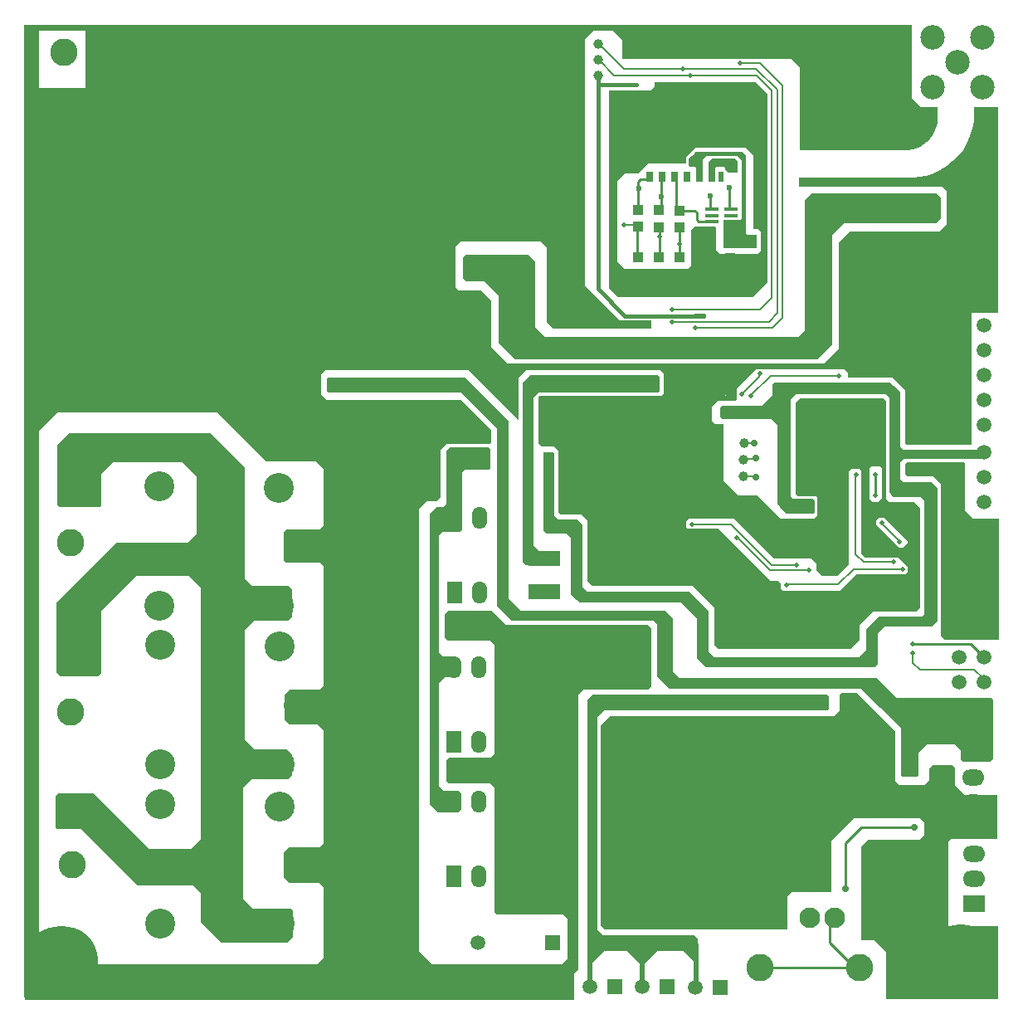
<source format=gbl>
G04*
G04 #@! TF.GenerationSoftware,Altium Limited,Altium Designer,21.0.8 (223)*
G04*
G04 Layer_Physical_Order=2*
G04 Layer_Color=1275346*
%FSTAX24Y24*%
%MOIN*%
G70*
G04*
G04 #@! TF.SameCoordinates,802AE027-55FB-4EE0-B797-8BAC3B94A1FA*
G04*
G04*
G04 #@! TF.FilePolarity,Positive*
G04*
G01*
G75*
%ADD10C,0.0100*%
%ADD11C,0.0079*%
%ADD20C,0.0197*%
%ADD30R,0.0394X0.0433*%
%ADD106C,0.0100*%
%ADD113R,0.1260X0.0591*%
%ADD114C,0.0591*%
%ADD115R,0.0591X0.0591*%
%ADD116O,0.0600X0.0900*%
%ADD117R,0.0600X0.0900*%
%ADD118C,0.1200*%
%ADD119C,0.0197*%
%ADD120C,0.1100*%
%ADD121R,0.0591X0.0591*%
%ADD122C,0.2953*%
%ADD123C,0.0827*%
%ADD124C,0.1102*%
%ADD125R,0.0900X0.0650*%
%ADD126O,0.0900X0.0650*%
%ADD127C,0.0984*%
%ADD128C,0.0118*%
%ADD129C,0.0276*%
%ADD130C,0.0236*%
%ADD131C,0.0394*%
%ADD132R,0.0276X0.0449*%
%ADD133R,0.0315X0.0827*%
%ADD134R,0.0236X0.0449*%
G04:AMPARAMS|DCode=135|XSize=52.8mil|YSize=15.7mil|CornerRadius=3.9mil|HoleSize=0mil|Usage=FLASHONLY|Rotation=180.000|XOffset=0mil|YOffset=0mil|HoleType=Round|Shape=RoundedRectangle|*
%AMROUNDEDRECTD135*
21,1,0.0528,0.0079,0,0,180.0*
21,1,0.0449,0.0157,0,0,180.0*
1,1,0.0079,-0.0224,0.0039*
1,1,0.0079,0.0224,0.0039*
1,1,0.0079,0.0224,-0.0039*
1,1,0.0079,-0.0224,-0.0039*
%
%ADD135ROUNDEDRECTD135*%
%ADD136C,0.0150*%
G36*
X045748Y049717D02*
Y049713D01*
X045748D01*
X045748Y049476D01*
X045748D01*
X045748Y04898D01*
X045748Y048346D01*
Y046772D01*
X046102Y046417D01*
X046811D01*
X046811Y045984D01*
X046811D01*
X046811Y045899D01*
X046789Y04573D01*
X046745Y045566D01*
X04668Y045408D01*
X046594Y045261D01*
X046491Y045126D01*
X04637Y045005D01*
X046235Y044902D01*
X046088Y044817D01*
X04593Y044751D01*
X045766Y044707D01*
X045597Y044685D01*
X045512D01*
X04126Y044685D01*
Y044843D01*
Y046417D01*
Y047992D01*
X040906Y048346D01*
X034142D01*
Y049083D01*
X033748Y049476D01*
X032965D01*
X032642Y049154D01*
X032642Y039209D01*
X034028Y037823D01*
X035303D01*
Y03752D01*
X031969D01*
X031339Y03752D01*
X031098Y03776D01*
Y038228D01*
Y04076D01*
X030854Y041004D01*
X028583Y041004D01*
X027618D01*
X027421Y040807D01*
Y039181D01*
X027555Y039047D01*
X028457D01*
X028854Y03865D01*
Y036764D01*
X02952Y036098D01*
X03663D01*
Y036102D01*
X042217D01*
X042835Y03672D01*
Y040984D01*
X043268Y041417D01*
X04689Y041417D01*
X047165Y041693D01*
Y043032D01*
X047008Y043189D01*
X04124D01*
Y043583D01*
X045866D01*
X04602Y043597D01*
X046324Y043654D01*
X046619Y043746D01*
X0469Y043873D01*
X047164Y044034D01*
X047408Y044224D01*
X047626Y044443D01*
X047817Y044686D01*
X047977Y04495D01*
X048104Y045232D01*
X048197Y045527D01*
X048253Y04583D01*
X048268Y045984D01*
X048268Y045984D01*
Y046417D01*
X048912Y046417D01*
X049244Y046417D01*
Y046417D01*
X049244D01*
X049244Y041419D01*
X049244D01*
X049244Y03815D01*
X048906Y03815D01*
Y03815D01*
X048362D01*
X048358Y038146D01*
Y03815D01*
X048165D01*
Y035354D01*
Y032835D01*
X045551D01*
X0455Y032886D01*
X0455Y035012D01*
X044984Y035528D01*
X043189D01*
X043189Y035748D01*
X043071Y035866D01*
X039882Y035866D01*
X039488D01*
X03874Y035118D01*
Y034685D01*
X038661Y034606D01*
X038307Y034606D01*
X037953D01*
X037717Y03437D01*
Y033813D01*
X037868Y033661D01*
X03815D01*
X038197Y033661D01*
Y033307D01*
X038197Y031402D01*
X038807Y030791D01*
X039567D01*
X039614Y030744D01*
X040476Y029882D01*
X04185D01*
X041968Y03D01*
Y030748D01*
X041929Y030787D01*
X041181Y030787D01*
X041102Y030866D01*
Y032205D01*
Y034512D01*
X04128Y034689D01*
X044622Y034689D01*
X044745Y034566D01*
X044744Y032205D01*
X044744D01*
Y032102D01*
Y030674D01*
X044866Y030551D01*
X045866Y030551D01*
X046102Y030315D01*
X046102Y028898D01*
X046102D01*
X046102Y026319D01*
X045925Y026142D01*
X044185Y026142D01*
X04365Y025606D01*
Y024992D01*
X043287Y02463D01*
X037988D01*
X037835Y024783D01*
X037835Y026299D01*
X036972Y027161D01*
X03585D01*
D01*
X032925Y027161D01*
X032744Y027343D01*
X032744Y029805D01*
X032508Y03004D01*
X031781D01*
X031663Y030042D01*
X031575Y03013D01*
Y03257D01*
X031389Y032756D01*
X030902Y032756D01*
X030776Y032882D01*
Y034756D01*
X030835Y034815D01*
X031618D01*
X035689Y034815D01*
X035795Y034921D01*
X035795Y035701D01*
X035669Y035827D01*
X030272Y035827D01*
X029972Y035528D01*
Y033831D01*
X027976Y035827D01*
X025131Y035827D01*
Y035827D01*
X022209D01*
X022024Y035642D01*
X022024Y034862D01*
X022244Y034642D01*
X026654D01*
X027655Y034641D01*
X028854Y033441D01*
X028854Y032933D01*
X028799Y032878D01*
X027059Y032878D01*
X026819Y032638D01*
Y032165D01*
X026819D01*
X026819Y030709D01*
X026677Y030567D01*
X02626D01*
X025968Y030276D01*
X025968Y012492D01*
X0265Y011961D01*
X031697D01*
Y011957D01*
X031945Y012205D01*
Y0138D01*
X03178Y013965D01*
X029087Y013965D01*
X029012Y014039D01*
X029012Y019064D01*
X028823Y019253D01*
X027133D01*
X027047Y019339D01*
X027047Y02015D01*
X027158Y02026D01*
X028823Y02026D01*
X029012Y020449D01*
Y021209D01*
X029012Y024811D01*
X028843Y02498D01*
X027138Y02498D01*
X027012Y025106D01*
X027012Y026039D01*
X02713Y026157D01*
X028886Y026157D01*
X029457Y025591D01*
X03515D01*
X035299Y025441D01*
Y023126D01*
X035173Y023D01*
X033091Y023D01*
X032563Y023D01*
X032362Y022799D01*
Y020866D01*
Y013968D01*
X032358Y013965D01*
X032362Y013961D01*
Y01213D01*
Y011776D01*
X032197Y01161D01*
Y010748D01*
Y010551D01*
X010118Y010551D01*
Y01063D01*
X010111D01*
Y012988D01*
X010109D01*
Y049642D01*
X010109Y049642D01*
Y049713D01*
X010113D01*
Y049717D01*
X03122Y049717D01*
X032642D01*
Y049713D01*
X034142D01*
Y049717D01*
X045748Y049717D01*
D02*
G37*
G36*
X033346Y047299D02*
X033346D01*
X03315Y047134D01*
Y047496D01*
X033346Y047299D01*
D02*
G37*
G36*
X039469Y047421D02*
X039961Y046929D01*
X039961Y041496D01*
X039961Y041496D01*
Y03937D01*
X039921Y039331D01*
X039374Y038783D01*
X037298D01*
X037298Y038783D01*
X036299Y038783D01*
X033933D01*
X033583Y039134D01*
X033583Y047063D01*
X035277Y047063D01*
X035433Y047219D01*
Y047421D01*
X039469Y047421D01*
D02*
G37*
G36*
X037467Y038092D02*
X037484Y038075D01*
Y037957D01*
X03747Y037943D01*
X037018Y037943D01*
X036992Y037968D01*
Y038059D01*
X037025Y038092D01*
X037467Y038092D01*
D02*
G37*
G36*
X046929Y042756D02*
X046929Y041929D01*
X046732Y041732D01*
X043031D01*
X042559Y04126D01*
X042559Y03685D01*
X041972Y036264D01*
X029839Y036264D01*
X029173Y036929D01*
X029173Y03874D01*
Y038835D01*
X028598Y039409D01*
X027866Y039409D01*
X027728Y039547D01*
X027728Y040354D01*
X027846Y040472D01*
X029252Y040472D01*
X03037D01*
X03063Y040213D01*
X03063Y03874D01*
D01*
Y038701D01*
Y038622D01*
D01*
X03063Y037559D01*
X031024Y037165D01*
X041181D01*
X041457Y037441D01*
X041457Y042669D01*
X04174Y042953D01*
X046732Y042953D01*
X046929Y042756D01*
D02*
G37*
G36*
X045079Y035185D02*
D01*
X045307Y034957D01*
Y032777D01*
X045438Y032646D01*
X048654Y032646D01*
X048654Y032283D01*
X045454Y032283D01*
X045307Y032137D01*
Y031449D01*
X045417Y031339D01*
X046571D01*
X046811Y031098D01*
X046811Y026732D01*
Y026102D01*
Y025783D01*
X046579Y025551D01*
X044685D01*
X044413Y02528D01*
Y024043D01*
X044264Y023894D01*
X043937Y023894D01*
Y023894D01*
X037512Y023894D01*
X037142Y024264D01*
Y025862D01*
X036508Y026496D01*
X032421Y026496D01*
X032304Y026613D01*
X032304D01*
X032079Y026839D01*
X032079Y029087D01*
X03189Y029276D01*
X031102Y029276D01*
X030957Y029421D01*
X030957Y032508D01*
Y032516D01*
X030963Y03253D01*
X030974Y032541D01*
X030988Y032547D01*
X030996Y032547D01*
X030996Y032547D01*
X031362Y032547D01*
X031398Y032512D01*
X031398Y03D01*
X031555Y029843D01*
X032079Y029843D01*
Y029843D01*
X032315Y029843D01*
X032524Y029634D01*
X032524Y027146D01*
X032732Y026937D01*
Y026933D01*
X036819Y026933D01*
X037606Y026146D01*
Y024543D01*
X037831Y024319D01*
X043665D01*
X043937Y024591D01*
Y025453D01*
X044421Y025937D01*
X04615D01*
X046261Y026048D01*
X046261Y026259D01*
D01*
Y03059D01*
X046102Y030748D01*
X045039Y030748D01*
X045Y030787D01*
X045Y030787D01*
X044936Y030852D01*
X044921Y030866D01*
Y030866D01*
X044878Y030909D01*
X044878Y034748D01*
X04474Y034886D01*
X041106D01*
X040906Y034685D01*
Y03122D01*
X040906Y030768D01*
X041005Y030669D01*
X041772Y030669D01*
X04185Y030591D01*
X04185Y030118D01*
X041811Y030079D01*
X041378Y030079D01*
X041378Y030079D01*
X040736Y030079D01*
X040461Y030354D01*
X040461D01*
X040354Y030461D01*
Y031772D01*
X040354Y033622D01*
X040118Y033858D01*
X038543Y033858D01*
X03815Y033858D01*
X038071Y033937D01*
X038071Y034331D01*
X03815Y034409D01*
X039724D01*
X040157Y034843D01*
Y035276D01*
X040236Y035354D01*
X040236Y035354D01*
X040394D01*
X040669Y035354D01*
X04491D01*
X045079Y035185D01*
D02*
G37*
G36*
X035575Y03563D02*
X035588Y035616D01*
X035588D01*
X035622Y035583D01*
D01*
X035622Y035583D01*
X035622Y03537D01*
Y034992D01*
X035583Y034953D01*
X031425Y034953D01*
X030783D01*
X030555Y034724D01*
X030555Y028792D01*
X03084Y028508D01*
X030555Y028386D01*
Y028012D01*
X030409Y028012D01*
X030268D01*
X030134Y028146D01*
X030134Y035346D01*
X030417Y03563D01*
X0305D01*
X03135Y03563D01*
X031665Y03563D01*
X035575Y03563D01*
D02*
G37*
G36*
X028846Y032654D02*
X028846Y031921D01*
X028748Y031823D01*
X027799Y031823D01*
X027685Y031709D01*
Y029839D01*
X027685D01*
Y029425D01*
X027587Y029327D01*
X026906D01*
X026776Y029197D01*
Y0245D01*
X026941Y024335D01*
X027461D01*
X027555Y02424D01*
Y02352D01*
X027028D01*
X026776Y023268D01*
Y019114D01*
X026949Y018941D01*
X027563Y018941D01*
X027657Y018846D01*
X027657Y018188D01*
X027533Y018063D01*
X026724Y018063D01*
X026402Y018386D01*
Y030063D01*
X026661Y030323D01*
X026921Y030323D01*
X027079Y03048D01*
X027079Y032373D01*
X027079Y032594D01*
X027209Y032724D01*
X028776D01*
X028846Y032654D01*
D02*
G37*
G36*
X047913Y032087D02*
Y030185D01*
X048Y030098D01*
X048217Y029882D01*
X049248D01*
X049248Y02501D01*
X049247D01*
Y025008D01*
X04898Y025008D01*
Y025008D01*
X048365D01*
X048361Y025004D01*
Y02501D01*
X047085Y02501D01*
X046929Y025165D01*
X046929Y029921D01*
Y03126D01*
X046634Y031555D01*
X045583Y031555D01*
X045512Y031626D01*
X045512Y032083D01*
X045555Y032126D01*
X047874Y032126D01*
X047913Y032087D01*
D02*
G37*
G36*
X045083Y021339D02*
Y019685D01*
Y019339D01*
X045248Y019173D01*
X046276D01*
X04648Y019378D01*
Y019846D01*
X046594Y019961D01*
X047402D01*
X047507Y019855D01*
Y019173D01*
X047559Y019121D01*
Y019121D01*
X047901Y01878D01*
X049213D01*
Y017835D01*
X049209D01*
Y017008D01*
X047362D01*
X047244Y01689D01*
Y013504D01*
X04922Y013504D01*
X04922Y01142D01*
X04922Y010586D01*
X046303D01*
X046303Y010587D01*
X044724D01*
X044724Y010783D01*
X044724D01*
Y01248D01*
X044252Y012953D01*
X04374D01*
X04374Y016713D01*
X043996Y016968D01*
X046063D01*
X046272Y017177D01*
X046272Y017665D01*
X046102Y017835D01*
X043425D01*
X04252Y016929D01*
X04252Y014882D01*
X040945D01*
X040748Y014685D01*
Y013386D01*
X04063D01*
X033421Y013386D01*
X033268Y013539D01*
X033268Y021575D01*
X033622Y021929D01*
X042205D01*
X042209Y021925D01*
X042634D01*
X04287Y022161D01*
Y022815D01*
X042929Y022874D01*
X043547D01*
X045083Y021339D01*
D02*
G37*
G36*
X027815Y035531D02*
X029579Y033768D01*
Y027972D01*
D01*
X029579Y026673D01*
X030071Y026181D01*
X035835Y026181D01*
X036157Y025858D01*
X036157Y02374D01*
X036417Y02348D01*
X044343Y02348D01*
X045154Y022669D01*
X048953D01*
X049016Y022606D01*
Y021783D01*
D01*
Y020244D01*
X048886Y020114D01*
X047811D01*
X047736Y020189D01*
Y020575D01*
X047512Y020799D01*
X046362D01*
X046024Y020461D01*
X046024Y019571D01*
X045961Y019508D01*
X045402D01*
X045339Y019571D01*
X045339Y021441D01*
X04452Y022259D01*
X044512Y02226D01*
X04374Y023031D01*
X036045D01*
X035535Y023541D01*
Y025622D01*
X035386Y025772D01*
X029685D01*
X029083Y026374D01*
Y027972D01*
X029083Y033496D01*
X02763Y034949D01*
X022335D01*
X022276Y035008D01*
Y035492D01*
X022315Y035531D01*
X027815Y035531D01*
Y035531D01*
D02*
G37*
G36*
X042441Y022717D02*
X042441Y022244D01*
X042362Y022165D01*
X033385D01*
X033114Y021894D01*
Y013362D01*
X033343Y013134D01*
X037016Y013134D01*
X037179Y01297D01*
X037179Y012512D01*
X037163D01*
Y011945D01*
X036596Y012512D01*
X035541Y012512D01*
X034952Y011923D01*
Y0119D01*
X034941Y011911D01*
X034903Y011873D01*
X034905Y011947D01*
X03434Y012512D01*
X033409Y012512D01*
X032799Y011902D01*
X032815Y012512D01*
X032724D01*
X032724Y013041D01*
X032724Y013041D01*
X032724Y022165D01*
X032724D01*
Y022602D01*
X032917Y022795D01*
X042362Y022795D01*
X042441Y022717D01*
D02*
G37*
%LPC*%
G36*
X012565Y049476D02*
X010701D01*
Y047165D01*
X012565D01*
Y049476D01*
D02*
G37*
G36*
X026654Y048898D02*
D01*
X026654Y041215D01*
X026654D01*
Y048898D01*
D02*
G37*
G36*
X042835Y03815D02*
X042835Y036654D01*
D01*
Y03815D01*
X042835D01*
D02*
G37*
G36*
X038307Y034882D02*
X038271Y034846D01*
X038307Y034811D01*
Y034882D01*
D02*
G37*
G36*
X037402Y034583D02*
X037357Y034567D01*
X037402D01*
Y034583D01*
D02*
G37*
G36*
X038071Y033307D02*
X037717D01*
X038071Y033307D01*
X038071Y033307D01*
D02*
G37*
G36*
X04414Y031971D02*
X044055Y031886D01*
Y031142D01*
Y031024D01*
Y030669D01*
X044173Y030551D01*
X044409D01*
X044547Y03069D01*
X044547Y031894D01*
X04447Y031971D01*
X04414Y031971D01*
D02*
G37*
G36*
X017717Y034134D02*
X011417D01*
X010701Y033417D01*
X010701Y013299D01*
X012039Y011961D01*
X021858Y011961D01*
X022122Y012224D01*
Y015079D01*
X021955Y015246D01*
X02076D01*
X020543Y015463D01*
X020543Y016467D01*
X020744Y016667D01*
X021947Y016667D01*
X022122Y016843D01*
Y02137D01*
X021898Y021594D01*
X020764D01*
X020547Y021811D01*
X020547Y022815D01*
X020748Y023016D01*
X021965Y023016D01*
X022122Y023173D01*
Y027955D01*
X02197Y028106D01*
X020618Y028106D01*
X02052Y028205D01*
X02052Y029307D01*
X020644Y029431D01*
X021967Y029431D01*
X022122Y029587D01*
Y031886D01*
X021843Y032165D01*
X019846Y032165D01*
X017878Y034134D01*
X017717D01*
X017717Y034134D01*
D02*
G37*
G36*
X04443Y029921D02*
X044326Y029817D01*
Y029627D01*
X044807Y029146D01*
X04526Y028693D01*
X045409D01*
X045583Y028867D01*
Y028984D01*
X044882Y029685D01*
X044646Y029921D01*
X04443D01*
D02*
G37*
G36*
X043319Y031875D02*
X043228Y031784D01*
Y028646D01*
X043228Y028638D01*
X043228Y028047D01*
X042768Y027587D01*
X042157D01*
X041929Y027815D01*
Y028075D01*
X041736Y028268D01*
X040236D01*
X038622Y029882D01*
X036815Y029882D01*
X036709Y029776D01*
Y029521D01*
X036773Y029457D01*
X038004Y029457D01*
X040091Y02737D01*
X040409D01*
X040496Y027283D01*
X040496Y027055D01*
X040571Y02698D01*
X042886D01*
X043307Y027402D01*
X043539Y027634D01*
X045512D01*
X045583Y027705D01*
X045583Y027941D01*
X045205Y028319D01*
X043898D01*
X04374Y028476D01*
Y029382D01*
X043744Y029386D01*
Y03039D01*
X04374Y030394D01*
X04374Y031142D01*
Y031815D01*
X04368Y031875D01*
X043319Y031875D01*
D02*
G37*
%LPD*%
G36*
X014496Y033319D02*
X014496Y032142D01*
X013677Y032142D01*
X013201Y031665D01*
Y030402D01*
X013142Y030343D01*
X011512Y030343D01*
X011429Y030425D01*
X011429Y032823D01*
X011925Y033319D01*
X014496Y033319D01*
D02*
G37*
G36*
X017591Y033319D02*
X018961Y031949D01*
X018961Y027819D01*
Y027469D01*
X01926Y027169D01*
X020717D01*
X020878Y027008D01*
X020878Y025945D01*
X020713Y02578D01*
X019339Y02578D01*
X018961Y025402D01*
X018961Y021004D01*
X019358Y020606D01*
X020673D01*
X020866Y020413D01*
Y019583D01*
X020697Y019413D01*
X019236Y019413D01*
X01889Y019067D01*
X01889Y014598D01*
X019276Y014213D01*
X020819Y014213D01*
X020913Y014118D01*
Y013055D01*
X020693Y012835D01*
X01802D01*
X017201Y013654D01*
Y014846D01*
X016913Y015134D01*
X014669Y015134D01*
X012394Y017409D01*
X011429Y017409D01*
X011378Y017461D01*
X011378Y018744D01*
X01148Y018846D01*
X012882Y018846D01*
X015122Y016606D01*
X016791Y016606D01*
X017201Y017016D01*
X017201Y020606D01*
D01*
X017201Y027091D01*
X016713Y027579D01*
X014622Y027579D01*
X013201Y026157D01*
X013201Y023681D01*
X013067Y023547D01*
X011539Y023547D01*
X011386Y023701D01*
X011386Y026488D01*
X013799Y028902D01*
X016657Y028902D01*
X017024Y029268D01*
X017024Y031567D01*
X016449Y032142D01*
X014496D01*
X014496Y033319D01*
X017591Y033319D01*
D02*
G37*
%LPC*%
G36*
X039094Y044764D02*
X037047D01*
X03689Y044606D01*
X036693Y044409D01*
X036693Y044252D01*
X03669D01*
Y044134D01*
X035157Y044134D01*
X034764Y04374D01*
X034252Y04374D01*
X033937Y043425D01*
Y040197D01*
X034213Y039921D01*
X036772D01*
X03689Y040039D01*
Y041457D01*
X037047Y041614D01*
X037874D01*
X037913Y041575D01*
Y040669D01*
X038071Y040512D01*
X039567D01*
X039685Y04063D01*
Y041417D01*
X039606Y041496D01*
X039394D01*
X039394Y044465D01*
X039094Y044764D01*
D02*
G37*
%LPD*%
G36*
X03878Y044213D02*
Y043819D01*
X03874Y04378D01*
X038386Y04378D01*
X038268Y043898D01*
Y043973D01*
X038225Y044016D01*
X037916D01*
X037874Y043974D01*
Y04378D01*
X037598Y04374D01*
Y044213D01*
X037717Y044331D01*
X038661D01*
X03878Y044213D01*
D02*
G37*
G36*
X039094Y044449D02*
Y041339D01*
X039173Y04126D01*
X039528D01*
Y040748D01*
X038189D01*
Y041875D01*
X038869D01*
X038937Y041943D01*
X038937Y044274D01*
X038778Y044433D01*
X037489D01*
X037374Y044317D01*
Y04378D01*
X037104D01*
Y04396D01*
X037049Y044016D01*
X03685D01*
X036811Y044055D01*
Y044331D01*
X036929Y044449D01*
X036929Y044449D01*
X037024Y044543D01*
X037075Y044594D01*
X038949D01*
X039094Y044449D01*
D02*
G37*
%LPC*%
G36*
X041368Y030364D02*
X041211D01*
X04122Y030354D01*
Y030354D01*
X041368Y030354D01*
Y030364D01*
D02*
G37*
G36*
X041094D02*
X040718D01*
X040709Y030354D01*
X041102Y030354D01*
X041094Y030363D01*
Y030364D01*
D02*
G37*
%LPD*%
D10*
X03526Y035403D02*
G03*
X035275Y035402I000014J000099D01*
G01*
X044109Y037278D02*
G03*
X044035Y037243I000001J-0001D01*
G01*
X043811Y036984D02*
G03*
X043796Y036961I000076J-000065D01*
G01*
X043419Y036511D02*
G03*
X043403Y036499I000052J-000085D01*
G01*
X043113Y036254D02*
G03*
X043112Y036254I000063J-000078D01*
G01*
X043091Y036236D02*
G03*
X043066Y036207I000063J-000078D01*
G01*
X039699Y045338D02*
G03*
X039671Y045401I-0001J-000007D01*
G01*
X043077Y036191D02*
G03*
X043056Y036181I000094J-000207D01*
G01*
X042685Y035934D02*
G03*
X042742Y035952I-0J0001D01*
G01*
X045782Y027632D02*
G03*
X045775Y027667I-0001J-0D01*
G01*
X045714Y027866D02*
G03*
X045718Y027817I000227J-000007D01*
G01*
X045715Y027379D02*
G03*
X045782Y027473I-000033J000094D01*
G01*
X023771Y029023D02*
G03*
X023797Y029108I-000073J000068D01*
G01*
X023783Y028972D02*
G03*
X02377Y029022I-0001J0D01*
G01*
X023754Y016109D02*
G03*
X023783Y016179I-000071J000071D01*
G01*
X030052Y039143D02*
G03*
X030047Y03911I000095J-00003D01*
G01*
X045682Y026654D02*
G03*
X045782Y026764I-0J0001D01*
G01*
X035275Y035402D02*
X035339D01*
X035275D02*
X035275D01*
X035019Y03525D02*
X03521Y035409D01*
X035017Y035249D02*
X035019Y03525D01*
X034975Y035129D02*
X035017Y035246D01*
X034968Y035111D02*
X034975Y035129D01*
X030749Y0281D02*
X031067D01*
X035017Y035246D02*
Y035249D01*
X03521Y035409D02*
X03526Y035403D01*
X031523Y035102D02*
X03496D01*
X034968Y035111D01*
X039898Y035987D02*
X039903D01*
X03987Y036015D02*
X039898Y035987D01*
X040034D02*
X040087Y035934D01*
X040029Y035987D02*
X040034D01*
X039445Y036015D02*
X03987D01*
X039903Y035998D02*
X040038D01*
X041973Y035934D02*
X042285D01*
X042616D01*
X042685D01*
X040087D02*
X041973D01*
X044293Y030806D02*
X044297Y03081D01*
Y031637D01*
X0443Y031641D01*
X045814Y024843D02*
X04813D01*
X045811Y02484D02*
X045814Y024843D01*
X04813D02*
X04852Y024453D01*
X047471Y03728D02*
Y038027D01*
X047465Y037275D02*
X047471Y03728D01*
X047385Y036263D02*
Y037147D01*
X04752Y03538D02*
Y036082D01*
X04411Y037278D02*
X045096D01*
X044109Y037278D02*
X04411Y037278D01*
X043811Y036984D02*
X043812Y036985D01*
X043745Y036846D02*
X043796Y036961D01*
X043661Y03666D02*
X043745Y036846D01*
X04378Y032323D02*
X044331D01*
X043344Y036443D02*
X043403Y036499D01*
X043113Y036254D02*
X043344Y036443D01*
X043113Y036254D02*
X043113Y036254D01*
X04378Y032323D02*
Y033787D01*
X042893Y033846D02*
X043721D01*
X03967Y045401D02*
X039671Y045401D01*
X039699Y045338D02*
X039712Y045153D01*
X039725Y044969D01*
X039746Y044149D02*
X039779Y0442D01*
X039697Y044074D02*
X039746Y044149D01*
X035024Y045433D02*
X038189D01*
X035024D02*
Y046535D01*
Y044437D02*
Y045354D01*
X043061Y036212D02*
X043077Y036191D01*
X043066Y036207D02*
X043085Y03618D01*
X043077Y036191D02*
X043085Y03618D01*
X042856Y036045D02*
X042939Y036112D01*
X039306Y03601D02*
X0394D01*
X042742Y035952D02*
X042745Y035954D01*
X042685Y035934D02*
X042685D01*
X042874Y030216D02*
Y033827D01*
X0394Y03601D02*
X039445Y035965D01*
X045684Y027876D02*
X045705Y02787D01*
X045714Y027866D02*
X045715Y027867D01*
X045718Y027817D02*
X045747Y027741D01*
X045782Y027632D02*
X045782D01*
X045775Y027632D02*
X045782Y027632D01*
X045708Y02786D02*
X045715Y027867D01*
X045705Y02787D02*
X045715Y027867D01*
X045691Y027843D02*
X045708Y02786D01*
X045782Y027473D02*
Y027632D01*
Y027473D02*
Y027473D01*
X045715Y027379D02*
X045782D01*
X045715Y027378D02*
X045782Y026764D01*
X043366Y026654D02*
X045682D01*
X043307Y026712D02*
Y026866D01*
Y026712D02*
X043366Y026654D01*
X04685Y017402D02*
X048228D01*
X046654Y015472D02*
Y017205D01*
X04871Y012145D02*
X048976D01*
X048236Y012142D02*
X048973D01*
X047726Y011632D02*
X048236Y012142D01*
X046822Y011945D02*
X047807D01*
X045197Y011929D02*
X046471D01*
X045028Y012098D02*
Y013437D01*
Y012098D02*
X045197Y011929D01*
X044049Y018419D02*
X048196D01*
X038236Y017787D02*
X040941D01*
X036535Y028504D02*
Y030114D01*
X031378Y038622D02*
Y047205D01*
X023977Y047319D02*
X025476D01*
X025945Y04685D01*
X025949Y043032D02*
Y046846D01*
X016654Y041339D02*
Y045708D01*
X011748Y044224D02*
Y045028D01*
X011708Y044434D02*
Y046592D01*
X02359Y030374D02*
X023636Y030092D01*
X023689Y029769D01*
X02377Y029022D02*
X023771Y029023D01*
X02377Y029022D02*
X02377Y029022D01*
X023689Y029769D02*
X023797Y029108D01*
X023495Y028747D02*
X02377Y029022D01*
X023548Y030632D02*
X02359Y030374D01*
X023528Y03076D02*
X023548Y030632D01*
X021126Y028747D02*
X023495D01*
X023783Y022848D02*
Y028972D01*
X023783Y022569D02*
X023783Y022848D01*
X023783Y016179D02*
Y022569D01*
X023754Y016109D02*
X023769Y016094D01*
X021248Y022472D02*
X023657D01*
X031148Y035478D02*
X031523Y035102D01*
X030796Y035478D02*
X031148D01*
X03078Y035494D02*
X030796Y035478D01*
X030474Y035187D02*
X03078Y035494D01*
X030474Y028323D02*
Y035187D01*
X04852Y024453D02*
X048589D01*
X032632Y038607D02*
Y038633D01*
X032472Y038793D02*
X032632Y038633D01*
X032472Y038793D02*
Y042974D01*
X045472Y022118D02*
X045524Y022067D01*
Y019909D02*
Y022067D01*
X035913Y023378D02*
Y023839D01*
Y023378D02*
X043949D01*
X03585D02*
X035913D01*
X043949D02*
X045008Y022319D01*
X047654D01*
X048244D02*
X048654D01*
X047654D02*
X048244D01*
X048241Y020465D02*
Y022316D01*
X048244Y022319D01*
X032913Y022638D02*
X042165D01*
X04505Y032272D02*
X045062Y03226D01*
X040496Y034512D02*
Y035177D01*
X045118Y031063D02*
X046102D01*
X041416Y030364D02*
X041578Y030202D01*
X031661Y029681D02*
Y029744D01*
X027358Y023902D02*
X027402D01*
X026528D02*
X027358D01*
X026586Y0185D02*
X027394D01*
X034773Y042261D02*
Y043407D01*
X035276Y039709D02*
X035594D01*
X03569Y042348D02*
Y043552D01*
X037738Y0436D02*
Y044074D01*
X034839Y044252D02*
X035024Y044437D01*
X038189Y045433D02*
X038478D01*
X039725Y044544D02*
Y044969D01*
X037182Y044468D02*
X037194Y044457D01*
X039738Y044397D02*
X039751Y044235D01*
X037736Y043598D02*
X037738Y0436D01*
X034579Y044181D02*
X03465Y044252D01*
X038999Y045433D02*
X039291D01*
X038478D02*
X038779D01*
X03465Y044252D02*
X034839D01*
X039581Y045433D02*
X039638D01*
X037194Y044457D02*
X037248D01*
Y04361D02*
Y044457D01*
X038779Y045433D02*
X038999D01*
X038407Y044132D02*
X038412Y044127D01*
X039725Y044544D02*
X039738Y044397D01*
X037738Y044074D02*
X037797Y044132D01*
X039697Y044181D02*
X039751Y044235D01*
X039638Y045433D02*
X03967Y045401D01*
X039291Y045433D02*
X039581D01*
X037797Y044132D02*
X038407D01*
X034579Y048906D02*
X039697D01*
X037236Y043598D02*
X037248Y04361D01*
X037059Y011051D02*
X037083Y011075D01*
X034929Y012643D02*
X03514Y012854D01*
X02895Y040018D02*
X029007Y039961D01*
X029044Y039961D02*
X029628D01*
X028603Y040194D02*
X028626Y040342D01*
X029007Y039961D02*
X029044Y039961D01*
X028583Y040328D02*
X028626Y040342D01*
X02895Y040018D02*
X02895Y040018D01*
X029628Y039961D02*
X029687Y039902D01*
X030059Y039495D01*
X030069Y039331D01*
X028603Y040111D02*
X028626Y040053D01*
Y040342D02*
X02895Y040018D01*
X029569Y040019D02*
X029628Y039961D01*
X028984Y040053D02*
X029391Y040053D01*
X02895Y040018D02*
X02895Y040018D01*
X029628Y039961D02*
X030394D01*
X028603Y040111D02*
Y040194D01*
X029391Y040053D02*
X029569Y040019D01*
X028626Y040053D02*
X028984D01*
X030064Y038336D02*
X030086Y037288D01*
X030366Y037008D02*
X041831D01*
X030086Y037288D02*
X030366Y037008D01*
X030058Y038593D02*
X030064Y038336D01*
X04189Y037066D02*
Y041575D01*
X041831Y037008D02*
X04189Y037066D01*
Y041575D02*
X042803Y042488D01*
X030069Y039331D02*
X030077Y039219D01*
X030075Y039217D02*
X030077Y039219D01*
X030047Y03911D02*
X030058Y038593D01*
X042803Y042488D02*
X046705D01*
X030052Y039143D02*
X030075Y039217D01*
Y039213D02*
X030394D01*
X038131Y034982D02*
Y035145D01*
X038128Y03498D02*
X038131Y034982D01*
X037997Y034844D02*
X038128Y034975D01*
X037997Y034759D02*
Y034844D01*
X038128Y034975D02*
Y03498D01*
X038131Y035145D02*
X038134Y035148D01*
X038163Y035356D02*
Y035407D01*
X038108Y035301D02*
X038163Y035356D01*
X038108Y035278D02*
Y035301D01*
Y035278D02*
X03813Y035256D01*
Y035151D02*
Y035256D01*
Y035151D02*
X038134Y035148D01*
X038163Y035407D02*
X03874Y035984D01*
X037938Y0347D02*
X037997Y034759D01*
X037721Y0347D02*
X037938D01*
X038927Y035984D02*
X038937Y035974D01*
X039064D01*
X039097Y036007D01*
X039302D02*
X039306Y03601D01*
X039097Y036007D02*
X039302D01*
X038789Y044519D02*
X038972Y044335D01*
Y040992D02*
Y044335D01*
X03731Y044519D02*
X038789D01*
X035315Y039118D02*
Y039669D01*
X035256Y039059D02*
X035315Y039118D01*
X034012Y039059D02*
X035256D01*
X033661Y039409D02*
X034012Y039059D01*
X03874Y035984D02*
X038927D01*
X020562Y045782D02*
Y045794D01*
X043745Y036846D02*
Y036846D01*
X04752Y035315D02*
Y03538D01*
X04283Y036024D02*
X042856Y036045D01*
X045715Y027379D02*
X045715Y027378D01*
X043366Y026995D02*
Y027214D01*
Y026924D02*
Y026995D01*
X043307Y026866D02*
X043366Y026924D01*
X045715Y027632D02*
X045775Y027632D01*
X043419Y036511D02*
X043661Y03666D01*
X043812Y036985D02*
X044035Y037243D01*
X043032Y036166D02*
X043056Y036181D01*
X043091Y036236D02*
X043112Y036254D01*
X043031Y036166D02*
X043032Y036166D01*
X042745Y035954D02*
X04283Y036024D01*
X042939Y036112D02*
X043031Y036166D01*
X030563Y028287D02*
X030749Y0281D01*
X026528Y023902D02*
Y029847D01*
X026586Y029906D02*
X027382D01*
X026528Y029847D02*
X026586Y029906D01*
X026528Y018559D02*
X026586Y0185D01*
X026528Y018559D02*
Y023902D01*
X011933Y030894D02*
X012078Y031039D01*
X021142Y022366D02*
X021248Y022472D01*
X01848Y020559D02*
X018681Y02076D01*
X01848Y013539D02*
X018539Y01348D01*
X020276D02*
X020295Y0135D01*
X01848Y013539D02*
Y020559D01*
X018539Y01348D02*
X020276D01*
X023769Y010634D02*
Y016094D01*
X023598Y015953D02*
X023754Y016109D01*
X02377Y029022D02*
X02377D01*
X021154Y015953D02*
X023598D01*
X045651Y027887D02*
X045684Y027876D01*
X045747Y027741D02*
X045775Y027667D01*
X045632Y027892D02*
X045651Y027887D01*
X027382Y029906D02*
Y032201D01*
X042874Y030177D02*
X042893Y030197D01*
X042874Y030216D02*
X042893Y030197D01*
Y029079D02*
Y029164D01*
X042874Y029904D02*
X042893Y029923D01*
X042874Y029678D02*
X042893Y029659D01*
X042874Y029943D02*
X042893Y029923D01*
X042874Y029639D02*
X042893Y029659D01*
X042874Y029429D02*
X042893Y029409D01*
X027382Y032201D02*
X027406Y032224D01*
X036748Y026839D02*
X037398Y026189D01*
X032151Y027404D02*
X032717Y026839D01*
X036748D01*
X032151Y027404D02*
Y029454D01*
X031764Y03009D02*
X032459D01*
X032459Y030089D01*
X040681Y030364D02*
X041416D01*
X037587Y033594D02*
Y034566D01*
Y033594D02*
X037776Y033406D01*
X038386Y013602D02*
Y013614D01*
X040729Y031437D02*
X040787Y031496D01*
X012969Y031039D02*
X013028Y031097D01*
X012078Y031039D02*
X012969D01*
X038228Y033937D02*
Y034272D01*
X044992Y035178D02*
X045079Y03509D01*
X040496Y035178D02*
X040496Y035177D01*
X040496Y035178D02*
X044992D01*
X042165Y022638D02*
X042167Y02264D01*
X032913Y022638D02*
X032974Y022577D01*
Y012912D02*
Y022577D01*
X033272Y012854D02*
X03514D01*
X038287Y034331D02*
X040315D01*
X031661Y029681D02*
X031889Y029454D01*
X03557Y030069D02*
X035589Y030087D01*
X035607Y030069D01*
X035853Y030087D02*
X035872Y030069D01*
X035835D02*
X035853Y030087D01*
X035299D02*
X035318Y030069D01*
X035281D02*
X035299Y030087D01*
X034647D02*
X034666Y030069D01*
X034949D02*
X034968Y030087D01*
X034391D02*
X03441Y030069D01*
X034629D02*
X034647Y030087D01*
X034968D02*
X034986Y030069D01*
X034373D02*
X034391Y030087D01*
X034127D02*
X034145Y030069D01*
X033819D02*
X033837Y030087D01*
X033856Y030069D01*
X033487D02*
X033506Y030087D01*
X033524Y030069D01*
X034108D02*
X034127Y030087D01*
X033213Y030069D02*
X033487D01*
X032675Y030089D02*
X032699Y030065D01*
X032701Y030068D01*
X032974Y012894D02*
X033233D01*
X048973Y012142D02*
X048976Y012145D01*
X011756Y044217D02*
X011806Y044267D01*
X011748Y044224D02*
X011756Y044217D01*
X033233Y012894D02*
X033272Y012854D01*
X03519Y012904D02*
X035217D01*
X035248Y012903D02*
X035261Y012889D01*
X03514Y012854D02*
X03519Y012904D01*
X039476Y011854D02*
X043476D01*
X042476Y012854D02*
Y013854D01*
Y012854D02*
X043476Y011854D01*
X047531Y011826D02*
X047726Y011632D01*
X046822Y011945D02*
X047017Y01175D01*
X025945Y04685D02*
X025949Y046846D01*
X036396Y030153D02*
X036496D01*
X036332Y030089D02*
X036396Y030153D01*
X036125Y030089D02*
X036332D01*
X036104Y030069D02*
X036125Y030089D01*
X036086Y030069D02*
X036104Y030087D01*
X035872Y030069D02*
X036086D01*
X035318D02*
X03557D01*
X034666D02*
X034949D01*
X034145D02*
X034373D01*
X033856D02*
X034108D01*
X033524D02*
X033819D01*
X033213Y03007D02*
X033213Y030069D01*
X032459Y030089D02*
X032675D01*
X032967Y03007D02*
X032968Y03007D01*
X032701Y030068D02*
X032965D01*
X034986Y030069D02*
X035281D01*
X035607D02*
X035835D01*
X032965Y030068D02*
X032967Y03007D01*
X03441Y030069D02*
X034629D01*
X032968Y03007D02*
X033213D01*
X042874Y029678D02*
Y029904D01*
Y029429D02*
Y029639D01*
X042893Y029409D02*
X042893Y029409D01*
X042893Y029165D02*
X042893Y029164D01*
X042874Y033827D02*
X042893Y033846D01*
X042874Y029943D02*
Y030177D01*
X042893Y029079D02*
X043105Y028868D01*
X042893Y029165D02*
Y029409D01*
X045562Y019793D02*
Y019845D01*
X045524Y019883D02*
X045562Y019845D01*
X040315Y034331D02*
X040496Y034512D01*
X04505Y032272D02*
Y032476D01*
Y031691D02*
Y032252D01*
X045107Y031074D02*
X045118Y031063D01*
X045042Y032484D02*
X045061Y032503D01*
X0484D02*
X048425Y032528D01*
X04505Y033908D02*
X045079Y033937D01*
X045042Y032484D02*
X04505Y032476D01*
X045061Y032503D02*
X0484D01*
X045079Y033937D02*
Y03509D01*
X045042Y032484D02*
Y032721D01*
X04505Y031691D02*
X045107Y031634D01*
X04505Y032729D02*
Y033908D01*
X045042Y03226D02*
X04505Y032252D01*
X045107Y031074D02*
Y031634D01*
X045042Y032721D02*
X04505Y032729D01*
X037248Y044457D02*
X03731Y044519D01*
X047471Y038027D02*
X047477Y038033D01*
X037587Y034566D02*
X037721Y0347D01*
X016712Y045767D02*
X020547D01*
X016654Y045708D02*
X016712Y045767D01*
X043084Y015017D02*
Y016846D01*
X043718Y01748D01*
X039606Y019488D02*
Y020118D01*
X046654Y017205D02*
X04685Y017402D01*
X043718Y01748D02*
X045866D01*
X044016Y018386D02*
X044049Y018419D01*
X048196D02*
X048241Y018465D01*
X038228Y017795D02*
X038236Y017787D01*
X040941D02*
X040949Y01778D01*
Y018327D02*
X041007Y018386D01*
X040949Y01778D02*
Y018327D01*
X041007Y018386D02*
X044016D01*
X036496Y030153D02*
X036535Y030114D01*
X048461Y025319D02*
X048528Y025251D01*
X040787Y031496D02*
Y034055D01*
X047385Y036216D02*
Y036263D01*
X04063Y034213D02*
X040787Y034055D01*
X043721Y033846D02*
X04378Y033787D01*
X046457Y026579D02*
X046614Y026421D01*
X046102Y031063D02*
X046457Y030709D01*
Y026579D02*
Y030709D01*
X038228Y034272D02*
X038287Y034331D01*
X047465Y037227D02*
Y037275D01*
X047385Y037147D02*
X047465Y037227D01*
X047385Y036216D02*
X04752Y036082D01*
X033661Y04378D02*
X034063Y044181D01*
X033661Y039409D02*
Y04378D01*
X037465Y040111D02*
X037473Y040103D01*
Y039697D02*
Y040103D01*
X036417Y041559D02*
X036433Y041575D01*
X036417Y040453D02*
X036453Y040417D01*
X036417Y040453D02*
Y041559D01*
X03569Y043552D02*
X035736Y043598D01*
X035616Y040378D02*
Y041572D01*
X035596Y040358D02*
X035616Y040378D01*
X034768Y039709D02*
X035276D01*
X035315Y039669D01*
X034063Y044181D02*
X034579D01*
X037473Y039697D02*
X038465D01*
X036421D02*
X037473D01*
X038461Y039701D02*
Y040323D01*
Y039701D02*
X038465Y039697D01*
X038496Y040323D02*
X039323D01*
X038445Y042336D02*
Y043163D01*
X037703Y042307D02*
X037717D01*
X037675Y042336D02*
X037703Y042307D01*
X037675Y042336D02*
Y04283D01*
X0356Y042257D02*
X03569Y042348D01*
X038445Y042336D02*
X038474Y042307D01*
X038488D01*
X039323Y040323D02*
X039331Y040315D01*
X048057Y016596D02*
X048264Y01639D01*
X036299Y042411D02*
Y043535D01*
Y042411D02*
X036457Y042253D01*
X036236Y043598D02*
X036299Y043535D01*
X036457Y042253D02*
X037026D01*
X038461Y040992D02*
X038972D01*
X039323D01*
X035594Y039709D02*
X036409D01*
X036421Y039697D01*
X03472Y040555D02*
Y041539D01*
Y040555D02*
X034811Y040465D01*
X0356Y041588D02*
X035616Y041572D01*
X03472Y041539D02*
X034773Y041592D01*
X037026Y042253D02*
X037118Y042161D01*
Y041882D02*
X037205Y041795D01*
X037118Y041882D02*
Y042161D01*
X037205Y041795D02*
X037717D01*
X034773Y043407D02*
X034862Y043496D01*
X035148D01*
X039323Y040992D02*
X039331Y040984D01*
X038488Y04102D02*
Y041795D01*
X038461Y040992D02*
X038488Y04102D01*
X037705Y041807D02*
X037717Y041795D01*
X035236Y043584D02*
Y043598D01*
X035148Y043496D02*
X035236Y043584D01*
X020547Y045767D02*
X020562Y045782D01*
X0117Y0466D02*
X011708Y046592D01*
D11*
X040754Y027224D02*
X042803D01*
X043433Y027854D02*
X045406D01*
X042803Y027224D02*
X043433Y027854D01*
X04456Y029675D02*
Y029694D01*
X045271Y028945D02*
Y028964D01*
X04456Y029675D02*
X045271Y028964D01*
X043513Y02844D02*
Y030215D01*
X043819Y028134D02*
X045028D01*
X043513Y02844D02*
X043819Y028134D01*
X045811Y024083D02*
Y024469D01*
Y024083D02*
X046083Y023811D01*
X036145Y03827D02*
X039679D01*
X036123Y037766D02*
X036144Y037787D01*
X040023D01*
X040358Y038122D01*
X039679Y03827D02*
X040146Y038736D01*
X037062Y037547D02*
X040173D01*
X040567Y037941D01*
X046083Y023811D02*
X048272D01*
X048654Y023319D02*
Y023429D01*
X048272Y023811D02*
X048654Y023429D01*
X03902Y032894D02*
X03902Y032893D01*
X039428D02*
X039428Y032893D01*
X03902Y032893D02*
X039428D01*
X039018Y031557D02*
X039522D01*
X039012Y031563D02*
X039018Y031557D01*
X039522D02*
X039528Y031551D01*
X039029Y032273D02*
X039462D01*
X039004Y032248D02*
X039029Y032273D01*
X039462D02*
X039487Y032298D01*
X03315Y048929D02*
X033197D01*
X034185Y047941D01*
X036576D01*
X033807Y047685D02*
X036873D01*
X033181Y048311D02*
X033807Y047685D01*
X033165Y048311D02*
X033181D01*
X036873Y047685D02*
X039545D01*
X040146Y047084D01*
X039677Y048157D02*
X040567Y047268D01*
X038862Y048157D02*
X039677D01*
X039512Y047941D02*
X040358Y047094D01*
X036576Y047941D02*
X039512D01*
X039579Y044555D02*
X039697Y044181D01*
Y044074D02*
Y044181D01*
Y04392D02*
Y044074D01*
X040358Y038122D02*
Y047094D01*
X039629Y035574D02*
Y035617D01*
X038941Y034886D02*
X039629Y035574D01*
X039669Y035657D02*
Y035689D01*
X039629Y035617D02*
X039669Y035657D01*
X040567Y037941D02*
Y047268D01*
X038511Y029638D02*
X040135Y028014D01*
X041114D01*
X040146Y038736D02*
Y047084D01*
X039299Y034811D02*
Y034827D01*
X040082Y03561D01*
X042835D01*
X040738Y027208D02*
X040754Y027224D01*
X043513Y030215D02*
Y031626D01*
X041626Y027798D02*
X041631Y027803D01*
X040072Y027798D02*
X041626D01*
X036944Y029638D02*
X038511D01*
X038761Y029109D02*
X039441Y028429D01*
X038734Y029109D02*
X038761D01*
X039441Y028429D02*
Y028429D01*
Y028429D02*
X040072Y027798D01*
X043513Y031626D02*
X043528Y031641D01*
X034184Y041675D02*
X03469D01*
X034773Y041592D01*
D20*
X032823Y011071D02*
Y013211D01*
X037083Y011075D02*
Y012772D01*
X034929Y011055D02*
Y012643D01*
D30*
X034768Y040378D02*
D03*
Y039709D02*
D03*
X035594Y040378D02*
D03*
Y039709D02*
D03*
X036421Y040366D02*
D03*
Y039697D02*
D03*
X038461Y040992D02*
D03*
Y040323D02*
D03*
X039331Y040984D02*
D03*
Y040315D02*
D03*
X036433Y041575D02*
D03*
Y042244D02*
D03*
X0356Y041588D02*
D03*
Y042257D02*
D03*
X034773Y041592D02*
D03*
Y042261D02*
D03*
D106*
X043113Y036254D02*
D03*
X045632Y027892D02*
D03*
D113*
X030984Y026929D02*
D03*
Y028268D02*
D03*
D114*
X028335Y012823D02*
D03*
X037059Y011051D02*
D03*
X034929Y011055D02*
D03*
X048654Y030528D02*
D03*
Y031528D02*
D03*
Y032528D02*
D03*
X032823Y011071D02*
D03*
X048654Y023319D02*
D03*
Y024319D02*
D03*
Y025319D02*
D03*
X047654Y022319D02*
D03*
Y023319D02*
D03*
Y024319D02*
D03*
Y025319D02*
D03*
X048654Y033638D02*
D03*
Y034638D02*
D03*
Y035638D02*
D03*
Y036638D02*
D03*
Y037638D02*
D03*
D115*
X031335Y012828D02*
D03*
X038059Y011051D02*
D03*
X035929Y011055D02*
D03*
X033823Y011071D02*
D03*
D116*
X027382Y029906D02*
D03*
X028382D02*
D03*
Y026906D02*
D03*
X028358Y015492D02*
D03*
Y018492D02*
D03*
X027358D02*
D03*
Y023902D02*
D03*
X028358D02*
D03*
Y020902D02*
D03*
D117*
X027382Y026906D02*
D03*
X027358Y015492D02*
D03*
Y020902D02*
D03*
D118*
X020366Y018315D02*
D03*
Y013591D02*
D03*
X015563Y018391D02*
D03*
Y013591D02*
D03*
X021154Y015953D02*
D03*
X021126Y028747D02*
D03*
X015535Y026385D02*
D03*
Y031185D02*
D03*
X020339Y026385D02*
D03*
Y031109D02*
D03*
X020354Y024728D02*
D03*
Y020004D02*
D03*
X015551Y024804D02*
D03*
Y020004D02*
D03*
X021142Y022366D02*
D03*
D119*
X017744Y037756D02*
D03*
Y038228D02*
D03*
Y038661D02*
D03*
Y039134D02*
D03*
X01798D02*
D03*
Y038661D02*
D03*
Y038228D02*
D03*
Y037756D02*
D03*
X017508D02*
D03*
Y038228D02*
D03*
Y038661D02*
D03*
Y039134D02*
D03*
X012386Y011457D02*
D03*
X010811Y012638D02*
D03*
X010614Y012047D02*
D03*
X011598Y011063D02*
D03*
X012583Y012047D02*
D03*
X012386Y012638D02*
D03*
X011598Y013032D02*
D03*
X010811Y011457D02*
D03*
X043465Y047598D02*
D03*
X044252Y049173D02*
D03*
X045039Y04878D02*
D03*
X045236Y048189D02*
D03*
X044252Y047205D02*
D03*
X043268Y048189D02*
D03*
X043465Y04878D02*
D03*
X045039Y047598D02*
D03*
X048513Y011502D02*
D03*
X046939Y012683D02*
D03*
X046742Y012092D02*
D03*
X047726Y011108D02*
D03*
X04871Y012092D02*
D03*
X048513Y012683D02*
D03*
X047726Y013076D02*
D03*
X046939Y011502D02*
D03*
X010965Y043453D02*
D03*
X011752Y045028D02*
D03*
X012539Y044634D02*
D03*
X012736Y044043D02*
D03*
X011752Y043059D02*
D03*
X010768Y044043D02*
D03*
X010965Y044634D02*
D03*
X012539Y043453D02*
D03*
X01926Y03935D02*
D03*
Y038996D02*
D03*
Y038642D02*
D03*
Y038287D02*
D03*
Y037925D02*
D03*
X019264Y039634D02*
D03*
X019654Y03935D02*
D03*
Y038996D02*
D03*
Y038642D02*
D03*
Y038287D02*
D03*
Y037925D02*
D03*
X019657Y039634D02*
D03*
X020047Y03935D02*
D03*
Y038996D02*
D03*
Y038642D02*
D03*
Y038287D02*
D03*
Y037925D02*
D03*
X020051Y039634D02*
D03*
X020441Y03935D02*
D03*
Y038996D02*
D03*
Y038642D02*
D03*
Y038287D02*
D03*
Y037925D02*
D03*
X020445Y039634D02*
D03*
X020835Y03935D02*
D03*
Y038996D02*
D03*
Y038642D02*
D03*
Y038287D02*
D03*
Y037925D02*
D03*
X020839Y039634D02*
D03*
X021193Y039343D02*
D03*
Y038988D02*
D03*
Y038634D02*
D03*
Y03828D02*
D03*
Y037917D02*
D03*
X021197Y039626D02*
D03*
X021587Y039343D02*
D03*
Y038988D02*
D03*
Y038634D02*
D03*
Y03828D02*
D03*
Y037917D02*
D03*
X021591Y039626D02*
D03*
X02198Y039343D02*
D03*
Y038988D02*
D03*
Y038634D02*
D03*
Y03828D02*
D03*
Y037917D02*
D03*
X021984Y039626D02*
D03*
X022341Y039336D02*
D03*
Y038982D02*
D03*
Y038628D02*
D03*
Y038273D02*
D03*
Y037911D02*
D03*
X022344Y03962D02*
D03*
X016244Y04063D02*
D03*
Y040984D02*
D03*
Y041339D02*
D03*
Y040278D02*
D03*
X016248Y041634D02*
D03*
X01624Y041906D02*
D03*
X017713D02*
D03*
X018106D02*
D03*
X0185D02*
D03*
X016567D02*
D03*
X016961D02*
D03*
X017319D02*
D03*
X019252Y041886D02*
D03*
X018807Y041894D02*
D03*
X020433Y041886D02*
D03*
X020039D02*
D03*
X019646D02*
D03*
X021185Y041878D02*
D03*
X020827Y041886D02*
D03*
X021972Y041878D02*
D03*
X021579D02*
D03*
X022333Y041872D02*
D03*
X01772Y041634D02*
D03*
X018114D02*
D03*
X018508D02*
D03*
X016575D02*
D03*
X016968D02*
D03*
X017327D02*
D03*
X01926Y041614D02*
D03*
X018815Y041622D02*
D03*
X020441Y041614D02*
D03*
X020047D02*
D03*
X019654D02*
D03*
X021193Y041606D02*
D03*
X020835Y041614D02*
D03*
X02198Y041606D02*
D03*
X021587D02*
D03*
X022341Y0416D02*
D03*
X021189Y039898D02*
D03*
X020831Y039906D02*
D03*
X021976Y039898D02*
D03*
X021583D02*
D03*
X022337Y039892D02*
D03*
X021189Y04026D02*
D03*
X020831Y040268D02*
D03*
X021976Y04026D02*
D03*
X021583D02*
D03*
X022337Y040254D02*
D03*
X021189Y040614D02*
D03*
X020831Y040622D02*
D03*
X021976Y040614D02*
D03*
X021583D02*
D03*
X022337Y040608D02*
D03*
X021189Y040968D02*
D03*
X020831Y040976D02*
D03*
X021976Y040968D02*
D03*
X021583D02*
D03*
X022337Y040962D02*
D03*
Y041317D02*
D03*
X021583Y041323D02*
D03*
X021976D02*
D03*
X020831Y041331D02*
D03*
X021189Y041323D02*
D03*
X019256Y039906D02*
D03*
X020437D02*
D03*
X020043D02*
D03*
X01965D02*
D03*
X019256Y040268D02*
D03*
X020437D02*
D03*
X020043D02*
D03*
X01965D02*
D03*
X019256Y040622D02*
D03*
X020437D02*
D03*
X020043D02*
D03*
X01965D02*
D03*
X019256Y040976D02*
D03*
X020437D02*
D03*
X020043D02*
D03*
X01965D02*
D03*
Y041331D02*
D03*
X020043D02*
D03*
X020437D02*
D03*
X018811Y041339D02*
D03*
X019256Y041331D02*
D03*
X029799Y035962D02*
D03*
X029484D02*
D03*
X031142Y041141D02*
D03*
X030433D02*
D03*
X030787D02*
D03*
X029154Y035661D02*
D03*
X029157Y035128D02*
D03*
Y035402D02*
D03*
X019724Y037283D02*
D03*
X020039D02*
D03*
X020354D02*
D03*
X020669D02*
D03*
X020984D02*
D03*
X021299D02*
D03*
X021614D02*
D03*
X021929D02*
D03*
X022244D02*
D03*
X022559D02*
D03*
X022874D02*
D03*
X023189D02*
D03*
X023504D02*
D03*
X023819D02*
D03*
X024134D02*
D03*
X024449D02*
D03*
X028543D02*
D03*
X028228D02*
D03*
X027913D02*
D03*
X027598D02*
D03*
X027283D02*
D03*
X026969D02*
D03*
X026654D02*
D03*
X026339D02*
D03*
X026024D02*
D03*
X025709D02*
D03*
X025394D02*
D03*
X025079D02*
D03*
X024764D02*
D03*
X019724Y036929D02*
D03*
X020039D02*
D03*
X020354D02*
D03*
X020669D02*
D03*
X020984D02*
D03*
X021299D02*
D03*
X021614D02*
D03*
X021929D02*
D03*
X022244D02*
D03*
X022559D02*
D03*
X022874D02*
D03*
X023189D02*
D03*
X023504D02*
D03*
X023819D02*
D03*
X024134D02*
D03*
X024449D02*
D03*
X028543D02*
D03*
X028228D02*
D03*
X027913D02*
D03*
X027598D02*
D03*
X027283D02*
D03*
X026969D02*
D03*
X026654D02*
D03*
X026339D02*
D03*
X026024D02*
D03*
X025709D02*
D03*
X025394D02*
D03*
X025079D02*
D03*
X024764D02*
D03*
X019409Y036614D02*
D03*
X019724D02*
D03*
X020039D02*
D03*
X020354D02*
D03*
X020669D02*
D03*
X020984D02*
D03*
X021299D02*
D03*
X021614D02*
D03*
X021929D02*
D03*
X022244D02*
D03*
X022559D02*
D03*
X022874D02*
D03*
X023189D02*
D03*
X023504D02*
D03*
X023819D02*
D03*
X024134D02*
D03*
X028543D02*
D03*
X028228D02*
D03*
X027913D02*
D03*
X027598D02*
D03*
X027283D02*
D03*
X026969D02*
D03*
X026654D02*
D03*
X026339D02*
D03*
X026024D02*
D03*
X025709D02*
D03*
X025394D02*
D03*
X025079D02*
D03*
X024764D02*
D03*
X024449D02*
D03*
X031075Y032096D02*
D03*
X031062Y031813D02*
D03*
X031066Y032362D02*
D03*
X0443Y031641D02*
D03*
X041628Y022523D02*
D03*
X042228Y022523D02*
D03*
X041363Y022523D02*
D03*
X041903D02*
D03*
X041368Y022305D02*
D03*
X041907D02*
D03*
X041633D02*
D03*
X042224Y022313D02*
D03*
X047532Y027269D02*
D03*
X047777Y027015D02*
D03*
X047039Y027269D02*
D03*
Y027015D02*
D03*
X047283Y026759D02*
D03*
X047532D02*
D03*
X047039D02*
D03*
X047532Y027015D02*
D03*
X047283Y027269D02*
D03*
Y027015D02*
D03*
X047777Y026759D02*
D03*
X045271Y028945D02*
D03*
X045028Y028134D02*
D03*
X045406Y027854D02*
D03*
X045811Y024469D02*
D03*
Y02484D02*
D03*
X045325Y026518D02*
D03*
X027509Y032329D02*
D03*
X028Y032608D02*
D03*
X036145Y03827D02*
D03*
X036123Y037766D02*
D03*
X037062Y037547D02*
D03*
X041611Y024122D02*
D03*
X041346D02*
D03*
X041886D02*
D03*
X042211Y024122D02*
D03*
X030047Y017948D02*
D03*
Y019159D02*
D03*
Y017116D02*
D03*
Y016851D02*
D03*
Y016612D02*
D03*
Y017662D02*
D03*
Y016285D02*
D03*
Y015999D02*
D03*
Y020281D02*
D03*
Y014126D02*
D03*
Y017389D02*
D03*
Y019979D02*
D03*
Y015114D02*
D03*
Y018556D02*
D03*
Y014514D02*
D03*
Y019486D02*
D03*
Y014849D02*
D03*
Y01828D02*
D03*
Y0154D02*
D03*
Y019722D02*
D03*
Y015735D02*
D03*
Y018842D02*
D03*
X017323Y041339D02*
D03*
X036873Y047685D02*
D03*
X036576Y047941D02*
D03*
X038862Y048157D02*
D03*
X038779Y045433D02*
D03*
X034961Y045909D02*
D03*
X038189Y045433D02*
D03*
X038412Y044127D02*
D03*
X039291Y045433D02*
D03*
X034961Y046238D02*
D03*
Y04562D02*
D03*
X038478Y045433D02*
D03*
X034961Y046535D02*
D03*
X038999Y045433D02*
D03*
X039581D02*
D03*
X034976Y045065D02*
D03*
Y045354D02*
D03*
X037182Y044468D02*
D03*
X031516Y011493D02*
D03*
X027925Y040053D02*
D03*
X028626D02*
D03*
X027925Y040342D02*
D03*
X028283Y040053D02*
D03*
X028626Y040342D02*
D03*
X028283D02*
D03*
X028984Y040053D02*
D03*
Y040342D02*
D03*
X030433Y041417D02*
D03*
X03042Y041714D02*
D03*
X030423Y0427D02*
D03*
Y042345D02*
D03*
Y04203D02*
D03*
X030425Y043018D02*
D03*
X030365Y04537D02*
D03*
Y045647D02*
D03*
X030352Y045944D02*
D03*
X030354Y046575D02*
D03*
Y04626D02*
D03*
X030365Y046906D02*
D03*
Y047182D02*
D03*
X030352Y047479D02*
D03*
X030354Y04811D02*
D03*
Y047795D02*
D03*
X030659Y047818D02*
D03*
Y048133D02*
D03*
X030657Y047502D02*
D03*
X030669Y047205D02*
D03*
Y046928D02*
D03*
X030659Y046282D02*
D03*
Y046597D02*
D03*
X030657Y045966D02*
D03*
X030669Y045669D02*
D03*
Y045393D02*
D03*
X030354Y044488D02*
D03*
X030748D02*
D03*
X030354Y044213D02*
D03*
X030748D02*
D03*
X030354Y043898D02*
D03*
X030748D02*
D03*
X030787Y041417D02*
D03*
X030775Y041714D02*
D03*
X030777Y0427D02*
D03*
Y042345D02*
D03*
Y04203D02*
D03*
X03078Y043018D02*
D03*
X031024Y045393D02*
D03*
Y045669D02*
D03*
Y047205D02*
D03*
Y046928D02*
D03*
X031013Y048133D02*
D03*
Y047818D02*
D03*
Y046282D02*
D03*
Y046597D02*
D03*
X031011Y045966D02*
D03*
Y047502D02*
D03*
X031368Y048133D02*
D03*
X032106Y048664D02*
D03*
X031732D02*
D03*
X032539D02*
D03*
X031368Y047818D02*
D03*
X047641Y042145D02*
D03*
Y042736D02*
D03*
Y04187D02*
D03*
Y043051D02*
D03*
Y04246D02*
D03*
X046293Y04224D02*
D03*
X045646Y04252D02*
D03*
X04502D02*
D03*
X046299Y042823D02*
D03*
X045984Y04252D02*
D03*
X044346D02*
D03*
X045335D02*
D03*
X044669D02*
D03*
X046299D02*
D03*
X046614D02*
D03*
X038071Y013602D02*
D03*
X038185Y013618D02*
D03*
X039669Y035689D02*
D03*
X040514Y024751D02*
D03*
X039554Y044773D02*
D03*
X039581Y045144D02*
D03*
X036929Y044173D02*
D03*
X034184Y041675D02*
D03*
X032632Y038607D02*
D03*
X035616Y041193D02*
D03*
X032877Y038607D02*
D03*
X036417Y040906D02*
D03*
X03311Y038607D02*
D03*
X037193Y040111D02*
D03*
X037465D02*
D03*
X038664Y044121D02*
D03*
X032103Y049422D02*
D03*
X043032Y04252D02*
D03*
X042709D02*
D03*
X032106Y049058D02*
D03*
X038941Y034886D02*
D03*
X019204Y03326D02*
D03*
X018946D02*
D03*
X019201Y033479D02*
D03*
X018944D02*
D03*
X042277Y024751D02*
D03*
X043176Y024751D02*
D03*
X042016D02*
D03*
X040839D02*
D03*
X041687D02*
D03*
X041381D02*
D03*
X042907D02*
D03*
X042632D02*
D03*
X041092D02*
D03*
X024769Y036022D02*
D03*
X025084D02*
D03*
X025399D02*
D03*
X026028D02*
D03*
X025714D02*
D03*
X026324Y03603D02*
D03*
X027899D02*
D03*
X026639D02*
D03*
X028214D02*
D03*
X027584D02*
D03*
X026954D02*
D03*
X027269D02*
D03*
X028858Y035382D02*
D03*
X028543Y035726D02*
D03*
X041114Y028014D02*
D03*
X027403Y025245D02*
D03*
X028198Y025245D02*
D03*
X027705Y025245D02*
D03*
X028525D02*
D03*
X027146Y025245D02*
D03*
X027962Y025245D02*
D03*
X027399Y025519D02*
D03*
X027142Y02552D02*
D03*
X028195Y025519D02*
D03*
X027958Y025519D02*
D03*
X027701D02*
D03*
X028521D02*
D03*
X028185Y02576D02*
D03*
X028512Y02576D02*
D03*
X027149Y025753D02*
D03*
X027949Y02576D02*
D03*
X02739D02*
D03*
X027692D02*
D03*
X027755Y02007D02*
D03*
X027453D02*
D03*
X028012D02*
D03*
X027212Y020063D02*
D03*
X028574Y02007D02*
D03*
X028248Y02007D02*
D03*
X028584Y01983D02*
D03*
X027764D02*
D03*
X028021D02*
D03*
X028257Y01983D02*
D03*
X027205Y01983D02*
D03*
X027462Y01983D02*
D03*
X028024Y019555D02*
D03*
X027208Y019555D02*
D03*
X028587Y019555D02*
D03*
X027767D02*
D03*
X028261Y019555D02*
D03*
X027465Y019555D02*
D03*
X038174Y026999D02*
D03*
X038182Y027248D02*
D03*
X038438Y026999D02*
D03*
X038456Y027249D02*
D03*
X039013Y026999D02*
D03*
X039007Y026751D02*
D03*
X038735Y026999D02*
D03*
X03871Y026749D02*
D03*
X038432Y026748D02*
D03*
X037917Y027514D02*
D03*
X036847Y027785D02*
D03*
X037658Y027514D02*
D03*
X038189Y027785D02*
D03*
X038735D02*
D03*
X039031D02*
D03*
X037098Y027514D02*
D03*
X037106Y027785D02*
D03*
X039031Y027514D02*
D03*
X037666Y027785D02*
D03*
X038735Y027514D02*
D03*
X037925Y027785D02*
D03*
X038182Y027514D02*
D03*
X037371Y027785D02*
D03*
X036839Y027514D02*
D03*
X037363D02*
D03*
X034975D02*
D03*
X034451D02*
D03*
X034982Y027785D02*
D03*
X035793Y027514D02*
D03*
X035536Y027785D02*
D03*
X036324Y027514D02*
D03*
X035277Y027785D02*
D03*
X036589Y027514D02*
D03*
X034717Y027785D02*
D03*
X03471Y027514D02*
D03*
X036596Y027785D02*
D03*
X036065Y027514D02*
D03*
X036331Y027785D02*
D03*
X035801D02*
D03*
X03527Y027514D02*
D03*
X034458Y027785D02*
D03*
X035529Y027514D02*
D03*
X036073Y027785D02*
D03*
X038261Y029062D02*
D03*
X036664Y029067D02*
D03*
X036929D02*
D03*
X036405D02*
D03*
X037483D02*
D03*
X037748D02*
D03*
X037224D02*
D03*
X038019D02*
D03*
X032859Y028022D02*
D03*
Y028559D02*
D03*
Y028284D02*
D03*
X033069Y02829D02*
D03*
Y028565D02*
D03*
Y028029D02*
D03*
X038102Y028492D02*
D03*
X038626D02*
D03*
X038361D02*
D03*
X037307D02*
D03*
X037831D02*
D03*
X037566D02*
D03*
X036488D02*
D03*
X037012D02*
D03*
X036747D02*
D03*
X019674Y026211D02*
D03*
X019417D02*
D03*
X019674Y025896D02*
D03*
X019417D02*
D03*
X019679Y020195D02*
D03*
X019422D02*
D03*
X019768Y020488D02*
D03*
X019511D02*
D03*
X019763Y013258D02*
D03*
Y012943D02*
D03*
X019505D02*
D03*
Y013258D02*
D03*
X011601Y031534D02*
D03*
X012664D02*
D03*
X011889D02*
D03*
X012153D02*
D03*
X012409D02*
D03*
X013074Y03125D02*
D03*
Y03073D02*
D03*
Y030994D02*
D03*
X012795Y030985D02*
D03*
Y031241D02*
D03*
Y03072D02*
D03*
X026123Y032227D02*
D03*
X026387D02*
D03*
X026666Y031975D02*
D03*
X026123D02*
D03*
X026387D02*
D03*
X026666Y031707D02*
D03*
X026123D02*
D03*
X026387D02*
D03*
X026395Y03147D02*
D03*
X02613D02*
D03*
X026673D02*
D03*
X026395Y031219D02*
D03*
X02613D02*
D03*
X026673D02*
D03*
X024788Y0312D02*
D03*
X025863Y031204D02*
D03*
X025321D02*
D03*
X025585D02*
D03*
X025047D02*
D03*
X024788Y031451D02*
D03*
X025863Y031455D02*
D03*
X025321D02*
D03*
X025585D02*
D03*
X025047D02*
D03*
X028858Y035653D02*
D03*
X029492Y035394D02*
D03*
Y034856D02*
D03*
Y035121D02*
D03*
X029488Y035653D02*
D03*
X029807Y035394D02*
D03*
Y034856D02*
D03*
Y035121D02*
D03*
Y034578D02*
D03*
X029803Y035653D02*
D03*
X027509Y032608D02*
D03*
X027756D02*
D03*
Y032329D02*
D03*
X028008D02*
D03*
X029377Y02189D02*
D03*
Y022436D02*
D03*
Y022144D02*
D03*
Y021633D02*
D03*
Y021378D02*
D03*
Y021089D02*
D03*
X029142Y0211D02*
D03*
X02966Y021378D02*
D03*
X029142Y02139D02*
D03*
X02966Y021633D02*
D03*
X029142Y021644D02*
D03*
X029953Y021633D02*
D03*
X030247Y02189D02*
D03*
X029656D02*
D03*
X029142Y021902D02*
D03*
X029949Y02189D02*
D03*
X029952Y022144D02*
D03*
X029142Y022155D02*
D03*
X030527Y022135D02*
D03*
X029659Y022144D02*
D03*
X030249D02*
D03*
X044385Y038971D02*
D03*
X042993Y038618D02*
D03*
X043507D02*
D03*
X043251D02*
D03*
X043762D02*
D03*
X029156Y014341D02*
D03*
Y014676D02*
D03*
Y015226D02*
D03*
Y014941D02*
D03*
X029153Y014064D02*
D03*
X029442Y014077D02*
D03*
X029445Y014953D02*
D03*
Y015239D02*
D03*
Y014688D02*
D03*
Y014353D02*
D03*
X029244Y015902D02*
D03*
Y016453D02*
D03*
Y016167D02*
D03*
Y01678D02*
D03*
Y017283D02*
D03*
Y017018D02*
D03*
Y018116D02*
D03*
Y017556D02*
D03*
Y018723D02*
D03*
Y019327D02*
D03*
Y019009D02*
D03*
Y019654D02*
D03*
Y01783D02*
D03*
Y01989D02*
D03*
Y020147D02*
D03*
Y020449D02*
D03*
Y018447D02*
D03*
X030584Y01828D02*
D03*
X030328D02*
D03*
X030571Y014126D02*
D03*
X030315D02*
D03*
X030328Y014514D02*
D03*
Y014849D02*
D03*
Y0154D02*
D03*
Y015114D02*
D03*
Y015735D02*
D03*
X030584Y014849D02*
D03*
Y014514D02*
D03*
Y015114D02*
D03*
Y015735D02*
D03*
Y0154D02*
D03*
Y015999D02*
D03*
Y016851D02*
D03*
Y016285D02*
D03*
Y016612D02*
D03*
X030322Y02053D02*
D03*
X030329Y020281D02*
D03*
X030328Y019979D02*
D03*
Y017948D02*
D03*
Y019722D02*
D03*
Y019159D02*
D03*
Y019486D02*
D03*
Y018842D02*
D03*
Y017662D02*
D03*
Y018556D02*
D03*
Y017116D02*
D03*
Y017389D02*
D03*
Y016851D02*
D03*
Y016285D02*
D03*
Y016612D02*
D03*
Y015999D02*
D03*
X030577Y020816D02*
D03*
X030584Y020538D02*
D03*
X030584Y020281D02*
D03*
Y019979D02*
D03*
Y019486D02*
D03*
Y019722D02*
D03*
Y019159D02*
D03*
Y017948D02*
D03*
Y018556D02*
D03*
Y018842D02*
D03*
Y017389D02*
D03*
Y017662D02*
D03*
Y017116D02*
D03*
X029173Y024981D02*
D03*
X029416Y02524D02*
D03*
X029156Y02445D02*
D03*
Y024715D02*
D03*
Y023907D02*
D03*
Y023618D02*
D03*
Y024172D02*
D03*
Y023022D02*
D03*
Y023272D02*
D03*
Y022741D02*
D03*
X029416Y022741D02*
D03*
X029142Y022447D02*
D03*
X029416Y023272D02*
D03*
Y023022D02*
D03*
X029636Y023279D02*
D03*
X029698Y025489D02*
D03*
X029941D02*
D03*
X030205D02*
D03*
X030221Y02445D02*
D03*
X029416Y024172D02*
D03*
X029659D02*
D03*
X029923D02*
D03*
X030221D02*
D03*
X029416Y023618D02*
D03*
Y023907D02*
D03*
Y024715D02*
D03*
Y024988D02*
D03*
Y02445D02*
D03*
X029659Y023618D02*
D03*
Y023907D02*
D03*
Y024715D02*
D03*
Y024988D02*
D03*
Y02445D02*
D03*
Y02524D02*
D03*
X030819Y022427D02*
D03*
X029653Y022436D02*
D03*
X029951D02*
D03*
X030244D02*
D03*
X030541D02*
D03*
X031105Y022732D02*
D03*
X029646Y022741D02*
D03*
X029939D02*
D03*
X030237D02*
D03*
X03053D02*
D03*
X030827D02*
D03*
X031391Y023008D02*
D03*
X029635Y023017D02*
D03*
X029932D02*
D03*
X030225D02*
D03*
X030523D02*
D03*
X030816D02*
D03*
X031113D02*
D03*
X031097Y025484D02*
D03*
X031394D02*
D03*
X030803D02*
D03*
X030797Y02524D02*
D03*
X0305D02*
D03*
X031388D02*
D03*
X03109D02*
D03*
X029923D02*
D03*
X031402Y02445D02*
D03*
X031104D02*
D03*
Y024988D02*
D03*
X031402D02*
D03*
Y024715D02*
D03*
X031104D02*
D03*
Y023907D02*
D03*
Y024172D02*
D03*
X031402D02*
D03*
Y023618D02*
D03*
Y023907D02*
D03*
X031104Y023618D02*
D03*
X031402Y023286D02*
D03*
X031104D02*
D03*
X030514Y02445D02*
D03*
Y024988D02*
D03*
X030811D02*
D03*
Y02445D02*
D03*
Y024715D02*
D03*
X030514D02*
D03*
Y023907D02*
D03*
Y024172D02*
D03*
X030811D02*
D03*
Y023618D02*
D03*
Y023907D02*
D03*
X030514Y023618D02*
D03*
X030811Y023286D02*
D03*
X030514D02*
D03*
X029923Y02445D02*
D03*
Y024988D02*
D03*
X030221D02*
D03*
Y024715D02*
D03*
X029923D02*
D03*
Y023907D02*
D03*
X030221Y023618D02*
D03*
Y023907D02*
D03*
X029923Y023618D02*
D03*
X030221Y023286D02*
D03*
X029923D02*
D03*
X030221Y02524D02*
D03*
X030457Y025484D02*
D03*
X03168Y023277D02*
D03*
Y023898D02*
D03*
Y023609D02*
D03*
Y024163D02*
D03*
Y024706D02*
D03*
Y024979D02*
D03*
Y024441D02*
D03*
Y02524D02*
D03*
Y025484D02*
D03*
X032251Y021845D02*
D03*
X032011Y021588D02*
D03*
X032251Y021582D02*
D03*
X031752Y021354D02*
D03*
X031996Y021346D02*
D03*
X032248Y02134D02*
D03*
X031512Y021106D02*
D03*
X031756Y021098D02*
D03*
X032008Y021092D02*
D03*
X032248Y021087D02*
D03*
X032247Y016304D02*
D03*
Y016925D02*
D03*
Y016636D02*
D03*
Y01719D02*
D03*
Y017694D02*
D03*
Y017429D02*
D03*
Y018861D02*
D03*
Y018588D02*
D03*
Y017967D02*
D03*
Y019178D02*
D03*
Y019799D02*
D03*
Y01951D02*
D03*
Y020064D02*
D03*
Y018299D02*
D03*
Y0203D02*
D03*
X032248Y020557D02*
D03*
X03224Y020835D02*
D03*
X032007Y01631D02*
D03*
Y016931D02*
D03*
Y016642D02*
D03*
Y017196D02*
D03*
Y017699D02*
D03*
Y017434D02*
D03*
Y018866D02*
D03*
Y018593D02*
D03*
Y017973D02*
D03*
Y019184D02*
D03*
Y019805D02*
D03*
Y019516D02*
D03*
Y02007D02*
D03*
Y018304D02*
D03*
Y020306D02*
D03*
X032007Y020563D02*
D03*
X032Y02084D02*
D03*
X031755Y016316D02*
D03*
Y016937D02*
D03*
Y016648D02*
D03*
Y017202D02*
D03*
Y017705D02*
D03*
Y017441D02*
D03*
Y018873D02*
D03*
Y0186D02*
D03*
Y017979D02*
D03*
Y01919D02*
D03*
Y019811D02*
D03*
Y019522D02*
D03*
Y020076D02*
D03*
Y01831D02*
D03*
Y020312D02*
D03*
X031755Y020569D02*
D03*
X031748Y020846D02*
D03*
X031511Y016324D02*
D03*
Y016945D02*
D03*
Y016656D02*
D03*
Y01721D02*
D03*
Y017713D02*
D03*
Y017449D02*
D03*
Y018881D02*
D03*
Y018608D02*
D03*
Y017987D02*
D03*
Y019198D02*
D03*
Y019819D02*
D03*
Y01953D02*
D03*
Y020084D02*
D03*
Y018318D02*
D03*
Y02032D02*
D03*
X031511Y020577D02*
D03*
X031504Y020854D02*
D03*
X031247Y016316D02*
D03*
Y016937D02*
D03*
Y016648D02*
D03*
Y017202D02*
D03*
Y017705D02*
D03*
Y017441D02*
D03*
Y018873D02*
D03*
Y0186D02*
D03*
Y017979D02*
D03*
Y01919D02*
D03*
Y019811D02*
D03*
Y019522D02*
D03*
Y020076D02*
D03*
Y01831D02*
D03*
Y020312D02*
D03*
X031248Y020569D02*
D03*
X03124Y020846D02*
D03*
X033594Y021567D02*
D03*
X033819Y021803D02*
D03*
X033366Y02135D02*
D03*
X03406Y021788D02*
D03*
X033645Y021312D02*
D03*
X03387Y021548D02*
D03*
X033366Y021094D02*
D03*
X034048Y021374D02*
D03*
X034285Y021571D02*
D03*
X034482Y021768D02*
D03*
X033645Y020898D02*
D03*
X033859Y021134D02*
D03*
X033366Y02068D02*
D03*
X03403Y020936D02*
D03*
X034267Y021132D02*
D03*
X034711Y021587D02*
D03*
X034948Y021815D02*
D03*
X034463Y021329D02*
D03*
X033625Y020459D02*
D03*
X033841Y020695D02*
D03*
X033366Y020242D02*
D03*
X034015Y020482D02*
D03*
X034251Y020678D02*
D03*
X034696Y021133D02*
D03*
X034933Y021361D02*
D03*
X034448Y020875D02*
D03*
X035153Y021572D02*
D03*
X035353Y021781D02*
D03*
X033625Y020005D02*
D03*
X033825Y020241D02*
D03*
X033366Y019788D02*
D03*
Y019345D02*
D03*
X034073Y019306D02*
D03*
X033625Y0193D02*
D03*
X035315Y019291D02*
D03*
X034861Y019259D02*
D03*
X034348Y019188D02*
D03*
X033996Y020039D02*
D03*
X033366Y019048D02*
D03*
X033807Y019799D02*
D03*
X033625Y019563D02*
D03*
X036204Y021829D02*
D03*
X036036Y021646D02*
D03*
X036634Y021818D02*
D03*
X036457Y021634D02*
D03*
X035768Y021818D02*
D03*
X035571Y021621D02*
D03*
X035335Y021339D02*
D03*
X035134Y02113D02*
D03*
X034429Y020433D02*
D03*
X034914Y020919D02*
D03*
X034677Y020691D02*
D03*
X034232Y020236D02*
D03*
X035866Y021457D02*
D03*
X035665Y021248D02*
D03*
X034961Y020551D02*
D03*
X035445Y021037D02*
D03*
X035208Y020809D02*
D03*
X034764Y020354D02*
D03*
X034528Y020157D02*
D03*
X036299Y021457D02*
D03*
X036098Y021248D02*
D03*
X035394Y020551D02*
D03*
X035878Y021037D02*
D03*
X035642Y020809D02*
D03*
X035197Y020354D02*
D03*
X034961Y020157D02*
D03*
X037008Y021818D02*
D03*
X036811Y021621D02*
D03*
X036575Y021339D02*
D03*
X036374Y02113D02*
D03*
X035669Y020433D02*
D03*
X036154Y020919D02*
D03*
X035917Y020691D02*
D03*
X035472Y020236D02*
D03*
X035236Y020039D02*
D03*
X03748Y021818D02*
D03*
X037283Y021621D02*
D03*
X037087Y021417D02*
D03*
X03685Y021181D02*
D03*
X036649Y020972D02*
D03*
X035945Y020276D02*
D03*
X03643Y020762D02*
D03*
X036193Y020533D02*
D03*
X035748Y020079D02*
D03*
X035512Y019882D02*
D03*
X042284Y028777D02*
D03*
X042519D02*
D03*
X041368Y028512D02*
D03*
X041603D02*
D03*
X041822D02*
D03*
X042058D02*
D03*
X041368Y028777D02*
D03*
X041603D02*
D03*
X041822D02*
D03*
X042058D02*
D03*
X045325Y026283D02*
D03*
X045082Y026754D02*
D03*
Y026518D02*
D03*
Y026299D02*
D03*
X044858Y026987D02*
D03*
Y026751D02*
D03*
Y026532D02*
D03*
Y026305D02*
D03*
X043615Y02654D02*
D03*
X043859Y026305D02*
D03*
X044108D02*
D03*
X044602D02*
D03*
X043615D02*
D03*
X044353D02*
D03*
Y02654D02*
D03*
X044602D02*
D03*
X043859D02*
D03*
X043366D02*
D03*
X044108D02*
D03*
X043615Y026995D02*
D03*
X043859Y02676D02*
D03*
X044108D02*
D03*
X044602D02*
D03*
X043615D02*
D03*
X044353D02*
D03*
X043366D02*
D03*
X044353Y026995D02*
D03*
X044602D02*
D03*
X043859D02*
D03*
X043366D02*
D03*
X044108D02*
D03*
X047926Y029179D02*
D03*
Y02945D02*
D03*
Y02974D02*
D03*
X040514Y026752D02*
D03*
Y025573D02*
D03*
Y0253D02*
D03*
Y02589D02*
D03*
Y026487D02*
D03*
Y026222D02*
D03*
Y02501D02*
D03*
X040839Y026752D02*
D03*
Y025573D02*
D03*
Y0253D02*
D03*
Y02589D02*
D03*
Y026487D02*
D03*
Y026222D02*
D03*
Y02501D02*
D03*
X046115Y037289D02*
D03*
Y03701D02*
D03*
X045858Y035107D02*
D03*
X045853Y035381D02*
D03*
X04561Y035107D02*
D03*
X048049Y035371D02*
D03*
X048054Y035098D02*
D03*
X047243Y03538D02*
D03*
X046362D02*
D03*
X046098D02*
D03*
X046919D02*
D03*
X046626D02*
D03*
X04561D02*
D03*
X04752D02*
D03*
X047798Y035106D02*
D03*
X047793Y03538D02*
D03*
X047914Y036263D02*
D03*
X04765D02*
D03*
Y035985D02*
D03*
X047914D02*
D03*
X047994Y037283D02*
D03*
X04773D02*
D03*
Y037005D02*
D03*
X047994D02*
D03*
X043661Y03666D02*
D03*
X043329D02*
D03*
X044215D02*
D03*
X043018D02*
D03*
X04395D02*
D03*
X044553D02*
D03*
X04462Y036896D02*
D03*
X043634D02*
D03*
X043966D02*
D03*
X044331D02*
D03*
X043035Y036898D02*
D03*
X043323Y036896D02*
D03*
X044041Y036443D02*
D03*
X04433D02*
D03*
X043032D02*
D03*
X042744Y036445D02*
D03*
X043675Y036443D02*
D03*
X043344D02*
D03*
X044072Y03618D02*
D03*
X043085D02*
D03*
X043417D02*
D03*
X043782D02*
D03*
X042486Y036182D02*
D03*
X042774Y03618D02*
D03*
X044634Y038031D02*
D03*
Y038266D02*
D03*
Y038503D02*
D03*
Y038734D02*
D03*
X044601Y038973D02*
D03*
Y039208D02*
D03*
X044342D02*
D03*
X043532D02*
D03*
X043821D02*
D03*
X044086D02*
D03*
X0432D02*
D03*
X046344D02*
D03*
X04723D02*
D03*
X046965D02*
D03*
X046676D02*
D03*
X046024D02*
D03*
X045184D02*
D03*
X045473D02*
D03*
X044852D02*
D03*
X045738D02*
D03*
X047485D02*
D03*
X047996D02*
D03*
X047745D02*
D03*
X046344Y038973D02*
D03*
X04723D02*
D03*
X046965D02*
D03*
X046676D02*
D03*
X046024D02*
D03*
X045184D02*
D03*
X045473D02*
D03*
X044852D02*
D03*
X045738D02*
D03*
X047485D02*
D03*
X047996D02*
D03*
X047745D02*
D03*
X046344Y038735D02*
D03*
X04723D02*
D03*
X046965D02*
D03*
X046676D02*
D03*
X046024D02*
D03*
X045184D02*
D03*
X045473D02*
D03*
X044852D02*
D03*
X045738D02*
D03*
X047485D02*
D03*
X047996D02*
D03*
X047745D02*
D03*
X046344Y038504D02*
D03*
X04723D02*
D03*
X046965D02*
D03*
X046676D02*
D03*
X046024D02*
D03*
X045184D02*
D03*
X045473D02*
D03*
X044852D02*
D03*
X045738D02*
D03*
X047485D02*
D03*
X047996D02*
D03*
X047745D02*
D03*
X047485Y038033D02*
D03*
X047745D02*
D03*
Y038268D02*
D03*
X047996D02*
D03*
X025039Y031961D02*
D03*
Y031693D02*
D03*
X025577D02*
D03*
X025313D02*
D03*
X025856D02*
D03*
X023079Y031689D02*
D03*
X023617D02*
D03*
X023352D02*
D03*
X023895D02*
D03*
X024449D02*
D03*
X02416D02*
D03*
X024781D02*
D03*
X025577Y031961D02*
D03*
X025313D02*
D03*
X025856D02*
D03*
X023083Y031957D02*
D03*
X023621D02*
D03*
X023356D02*
D03*
X023899D02*
D03*
X024453D02*
D03*
X024164D02*
D03*
X024781D02*
D03*
X025039Y032213D02*
D03*
X025577D02*
D03*
X025313D02*
D03*
X025856D02*
D03*
X023098Y032209D02*
D03*
X023637D02*
D03*
X023372D02*
D03*
X023915D02*
D03*
X024469D02*
D03*
X024179D02*
D03*
X024781D02*
D03*
X023094Y031445D02*
D03*
X023307Y029618D02*
D03*
Y030239D02*
D03*
Y02995D02*
D03*
Y030504D02*
D03*
Y031047D02*
D03*
Y030782D02*
D03*
Y03132D02*
D03*
X023559Y029748D02*
D03*
Y030369D02*
D03*
Y03008D02*
D03*
Y030634D02*
D03*
Y031177D02*
D03*
Y030912D02*
D03*
Y03145D02*
D03*
X023827Y030381D02*
D03*
Y030092D02*
D03*
Y030634D02*
D03*
Y031177D02*
D03*
Y030912D02*
D03*
Y03145D02*
D03*
X023311Y028543D02*
D03*
Y029086D02*
D03*
Y028822D02*
D03*
Y02936D02*
D03*
X023579Y028369D02*
D03*
Y028634D02*
D03*
Y029177D02*
D03*
Y028912D02*
D03*
Y02945D02*
D03*
X024087Y03145D02*
D03*
Y030912D02*
D03*
Y031177D02*
D03*
Y030634D02*
D03*
X024354Y03145D02*
D03*
Y030912D02*
D03*
Y031177D02*
D03*
Y030634D02*
D03*
X023259Y017651D02*
D03*
Y018272D02*
D03*
Y017983D02*
D03*
Y018537D02*
D03*
Y01908D02*
D03*
Y018815D02*
D03*
Y019353D02*
D03*
X023511Y017781D02*
D03*
Y018402D02*
D03*
Y018113D02*
D03*
Y018667D02*
D03*
Y01921D02*
D03*
Y018945D02*
D03*
Y019483D02*
D03*
X023778Y018667D02*
D03*
Y01921D02*
D03*
Y018945D02*
D03*
Y019483D02*
D03*
X023263Y017119D02*
D03*
Y017392D02*
D03*
X02353Y01721D02*
D03*
Y016945D02*
D03*
Y017483D02*
D03*
X024038Y019483D02*
D03*
Y018945D02*
D03*
Y01921D02*
D03*
X024306Y019483D02*
D03*
Y018945D02*
D03*
Y01921D02*
D03*
X024508Y024569D02*
D03*
Y025112D02*
D03*
Y024848D02*
D03*
Y025386D02*
D03*
X02424Y024569D02*
D03*
Y025112D02*
D03*
Y024848D02*
D03*
Y025386D02*
D03*
X023732Y023386D02*
D03*
Y022848D02*
D03*
Y023112D02*
D03*
Y022569D02*
D03*
Y022305D02*
D03*
X023465Y023295D02*
D03*
Y022757D02*
D03*
Y023022D02*
D03*
Y022479D02*
D03*
X02398Y025386D02*
D03*
Y024848D02*
D03*
Y025112D02*
D03*
Y024569D02*
D03*
Y024027D02*
D03*
Y024317D02*
D03*
X023713Y025386D02*
D03*
Y024848D02*
D03*
Y025112D02*
D03*
Y024569D02*
D03*
Y024015D02*
D03*
Y024305D02*
D03*
Y023684D02*
D03*
X023461Y025256D02*
D03*
Y024718D02*
D03*
Y024983D02*
D03*
Y02444D02*
D03*
Y023886D02*
D03*
Y024175D02*
D03*
Y023554D02*
D03*
X011523Y018608D02*
D03*
X012586D02*
D03*
X011811D02*
D03*
X012076D02*
D03*
X012332D02*
D03*
X012996Y018325D02*
D03*
Y017804D02*
D03*
Y018069D02*
D03*
X012717Y01806D02*
D03*
Y018316D02*
D03*
Y017795D02*
D03*
X039596Y045731D02*
D03*
X039581Y046286D02*
D03*
X044008Y04252D02*
D03*
X039581Y046811D02*
D03*
X043382Y04252D02*
D03*
X043693D02*
D03*
X039581Y046575D02*
D03*
X039596Y04602D02*
D03*
X039021Y025952D02*
D03*
Y02649D02*
D03*
Y026217D02*
D03*
Y025674D02*
D03*
Y02512D02*
D03*
Y025409D02*
D03*
Y024788D02*
D03*
X038724Y02595D02*
D03*
Y026488D02*
D03*
Y026215D02*
D03*
Y025672D02*
D03*
Y025118D02*
D03*
Y025407D02*
D03*
Y024786D02*
D03*
X038446Y025949D02*
D03*
Y026487D02*
D03*
Y026213D02*
D03*
Y02567D02*
D03*
Y025116D02*
D03*
Y025406D02*
D03*
Y024785D02*
D03*
X03816Y026744D02*
D03*
X038174Y026483D02*
D03*
X037946Y027082D02*
D03*
X03794Y026838D02*
D03*
X035016Y025314D02*
D03*
Y02507D02*
D03*
Y024271D02*
D03*
Y024809D02*
D03*
Y024536D02*
D03*
Y023993D02*
D03*
Y023439D02*
D03*
Y023728D02*
D03*
Y023107D02*
D03*
X033794Y025346D02*
D03*
X033557Y02515D02*
D03*
X03326Y023116D02*
D03*
X033557D02*
D03*
X03326Y023448D02*
D03*
X033557Y023737D02*
D03*
Y023448D02*
D03*
Y024002D02*
D03*
X03326D02*
D03*
Y023737D02*
D03*
X033557Y024545D02*
D03*
Y02428D02*
D03*
Y024818D02*
D03*
X03326Y02428D02*
D03*
X03385Y023116D02*
D03*
X034148D02*
D03*
X03385Y023448D02*
D03*
X034148Y023737D02*
D03*
Y023448D02*
D03*
Y024002D02*
D03*
X03385D02*
D03*
Y023737D02*
D03*
Y024545D02*
D03*
X034148D02*
D03*
Y02428D02*
D03*
Y024818D02*
D03*
X03385D02*
D03*
Y02428D02*
D03*
X034441Y023116D02*
D03*
X034738D02*
D03*
X034441Y023448D02*
D03*
X034738Y023737D02*
D03*
Y023448D02*
D03*
Y024002D02*
D03*
X034441D02*
D03*
Y023737D02*
D03*
Y024545D02*
D03*
X034738D02*
D03*
Y024818D02*
D03*
X034441D02*
D03*
Y02428D02*
D03*
X034738D02*
D03*
X034427Y025079D02*
D03*
X034725D02*
D03*
X033837D02*
D03*
X034134D02*
D03*
X03414Y025323D02*
D03*
X034731D02*
D03*
X034433D02*
D03*
X047379Y025597D02*
D03*
X047143D02*
D03*
X041098Y02501D02*
D03*
X041388D02*
D03*
X012795Y023929D02*
D03*
Y02445D02*
D03*
Y024194D02*
D03*
X013074Y024203D02*
D03*
Y023938D02*
D03*
Y024459D02*
D03*
X012409Y024743D02*
D03*
X012153D02*
D03*
X011889D02*
D03*
X012664D02*
D03*
X011601D02*
D03*
X039299Y034811D02*
D03*
X044123Y032313D02*
D03*
X0431Y040095D02*
D03*
X041631Y027803D02*
D03*
X031283Y032096D02*
D03*
Y032362D02*
D03*
Y031813D02*
D03*
X036944Y029638D02*
D03*
X045042Y032484D02*
D03*
X040738Y027208D02*
D03*
X038734Y029109D02*
D03*
X044293Y030806D02*
D03*
X043528Y031641D02*
D03*
X031413Y010945D02*
D03*
Y011222D02*
D03*
X031138Y010949D02*
D03*
Y011226D02*
D03*
X030882Y01095D02*
D03*
Y011227D02*
D03*
X03063Y010957D02*
D03*
Y011234D02*
D03*
X039335Y0195D02*
D03*
X039882Y019492D02*
D03*
X04771Y017657D02*
D03*
X047974D02*
D03*
X047435D02*
D03*
X047171D02*
D03*
X04771Y017402D02*
D03*
X047974D02*
D03*
X047435D02*
D03*
X047171D02*
D03*
X04653Y015644D02*
D03*
X046795D02*
D03*
X046526Y015417D02*
D03*
X046791D02*
D03*
X038983Y014207D02*
D03*
X038685D02*
D03*
Y013875D02*
D03*
X038983D02*
D03*
Y014496D02*
D03*
Y014769D02*
D03*
X038685D02*
D03*
Y014496D02*
D03*
X038983Y013602D02*
D03*
X038685D02*
D03*
X039297D02*
D03*
Y014769D02*
D03*
Y014496D02*
D03*
Y013875D02*
D03*
Y014207D02*
D03*
X039612Y013602D02*
D03*
Y014769D02*
D03*
Y014496D02*
D03*
Y013875D02*
D03*
Y014207D02*
D03*
X039927Y013602D02*
D03*
Y014769D02*
D03*
Y014496D02*
D03*
Y013875D02*
D03*
Y014207D02*
D03*
X040949Y01753D02*
D03*
X041264D02*
D03*
X040315Y01778D02*
D03*
Y01753D02*
D03*
X04063Y01778D02*
D03*
Y01753D02*
D03*
X044638Y032323D02*
D03*
X031618Y029682D02*
D03*
X031886D02*
D03*
X032149D02*
D03*
X032151Y029454D02*
D03*
X031889D02*
D03*
X033516Y030327D02*
D03*
X044008Y042823D02*
D03*
X043693D02*
D03*
X043382D02*
D03*
X043032D02*
D03*
X042709D02*
D03*
X044346D02*
D03*
X046614D02*
D03*
X016965Y040278D02*
D03*
X016571D02*
D03*
X016965Y039924D02*
D03*
X016571D02*
D03*
X016965Y041339D02*
D03*
X016571D02*
D03*
X016965Y040984D02*
D03*
X016571D02*
D03*
Y04063D02*
D03*
X016965D02*
D03*
X047902Y043888D02*
D03*
X044661Y042823D02*
D03*
X04502D02*
D03*
X045335D02*
D03*
X045646D02*
D03*
X045984D02*
D03*
X037126Y041024D02*
D03*
X037441D02*
D03*
X037756D02*
D03*
X038999Y046811D02*
D03*
X038779D02*
D03*
X038189D02*
D03*
X038478D02*
D03*
X039291D02*
D03*
X038189Y045144D02*
D03*
X038478D02*
D03*
X038779D02*
D03*
X038999D02*
D03*
X039291D02*
D03*
Y046575D02*
D03*
Y046286D02*
D03*
X039307Y045731D02*
D03*
Y04602D02*
D03*
X038478Y046575D02*
D03*
X038189D02*
D03*
Y046286D02*
D03*
X038478D02*
D03*
X038779Y046575D02*
D03*
Y046286D02*
D03*
X038999Y046575D02*
D03*
Y046286D02*
D03*
X039015Y045731D02*
D03*
Y04602D02*
D03*
X038794Y045731D02*
D03*
Y04602D02*
D03*
X038494Y045731D02*
D03*
X038205D02*
D03*
Y04602D02*
D03*
X038494D02*
D03*
X034055Y045354D02*
D03*
Y045065D02*
D03*
X034676Y045354D02*
D03*
X034387D02*
D03*
Y045065D02*
D03*
X034676D02*
D03*
X035276Y045354D02*
D03*
Y045065D02*
D03*
X035897Y045354D02*
D03*
X035607D02*
D03*
Y045065D02*
D03*
X035897D02*
D03*
X036197Y045354D02*
D03*
Y045065D02*
D03*
X036417Y045354D02*
D03*
Y045065D02*
D03*
X037038Y045354D02*
D03*
X036749D02*
D03*
Y045065D02*
D03*
X037038D02*
D03*
X037339Y045354D02*
D03*
Y045065D02*
D03*
X037323Y04562D02*
D03*
Y046238D02*
D03*
Y045909D02*
D03*
X037023Y046535D02*
D03*
Y04562D02*
D03*
X036733D02*
D03*
Y045909D02*
D03*
X037023D02*
D03*
X036733Y046238D02*
D03*
X037023D02*
D03*
X036733Y046535D02*
D03*
X036402Y04562D02*
D03*
Y046238D02*
D03*
Y045909D02*
D03*
Y046535D02*
D03*
X036181Y04562D02*
D03*
Y046238D02*
D03*
Y045909D02*
D03*
Y046535D02*
D03*
X035881D02*
D03*
Y04562D02*
D03*
X035592D02*
D03*
Y045909D02*
D03*
X035881D02*
D03*
X035592Y046238D02*
D03*
X035881D02*
D03*
X035592Y046535D02*
D03*
X03526Y04562D02*
D03*
Y046238D02*
D03*
Y045909D02*
D03*
Y046535D02*
D03*
X03466D02*
D03*
Y04562D02*
D03*
X034371D02*
D03*
Y045909D02*
D03*
X03466D02*
D03*
X034371Y046238D02*
D03*
X03466D02*
D03*
X034371Y046535D02*
D03*
X034039Y04562D02*
D03*
Y046238D02*
D03*
Y045909D02*
D03*
Y046535D02*
D03*
X033366Y017498D02*
D03*
Y01834D02*
D03*
Y018655D02*
D03*
Y017985D02*
D03*
X034297Y019954D02*
D03*
X034097Y019745D02*
D03*
X033807Y019534D02*
D03*
X034731Y019954D02*
D03*
X03453Y019745D02*
D03*
X033807Y019048D02*
D03*
X03431Y019534D02*
D03*
X033625Y018852D02*
D03*
X035006Y019836D02*
D03*
X034805Y019627D02*
D03*
X034101Y01893D02*
D03*
X034585Y019416D02*
D03*
X033807Y018733D02*
D03*
X033625Y018537D02*
D03*
X033443Y013819D02*
D03*
X03374D02*
D03*
X034033D02*
D03*
X034331D02*
D03*
X035315Y013661D02*
D03*
X035017D02*
D03*
X035906D02*
D03*
X035608D02*
D03*
X036496D02*
D03*
X036199D02*
D03*
X039449Y020866D02*
D03*
X038543Y020157D02*
D03*
X03979Y020669D02*
D03*
X039134D02*
D03*
X039449D02*
D03*
X038819Y020433D02*
D03*
X039134D02*
D03*
X039449D02*
D03*
X03979D02*
D03*
X038819Y020157D02*
D03*
X039134D02*
D03*
X038228Y019882D02*
D03*
X038543D02*
D03*
X038064Y019629D02*
D03*
X038379D02*
D03*
X037756Y019351D02*
D03*
X038071D02*
D03*
X038386D02*
D03*
X037441Y019094D02*
D03*
X037756D02*
D03*
X038071D02*
D03*
X038386D02*
D03*
X036499Y018159D02*
D03*
X036195Y017868D02*
D03*
X036492D02*
D03*
X036191Y017614D02*
D03*
X036488D02*
D03*
X035898D02*
D03*
X035892Y01737D02*
D03*
X035594D02*
D03*
X036482D02*
D03*
X036185D02*
D03*
X035039Y017383D02*
D03*
X033465Y015811D02*
D03*
X034146Y016549D02*
D03*
X03374Y015811D02*
D03*
X034331Y016293D02*
D03*
X034331Y016063D02*
D03*
X034034D02*
D03*
X034331Y015811D02*
D03*
X034034D02*
D03*
X036496Y016571D02*
D03*
X034033Y014089D02*
D03*
X034331D02*
D03*
X034033Y014983D02*
D03*
Y015256D02*
D03*
X034331D02*
D03*
Y014983D02*
D03*
Y014362D02*
D03*
X034033D02*
D03*
Y015574D02*
D03*
X034331D02*
D03*
X034033Y014694D02*
D03*
X034331D02*
D03*
X033443Y014089D02*
D03*
X03374D02*
D03*
X033443Y014983D02*
D03*
Y015256D02*
D03*
X03374D02*
D03*
Y014983D02*
D03*
Y014362D02*
D03*
X033443D02*
D03*
Y015574D02*
D03*
X03374D02*
D03*
X033443Y014694D02*
D03*
X03374D02*
D03*
X036199Y016571D02*
D03*
Y017109D02*
D03*
X036496D02*
D03*
Y016836D02*
D03*
X036199D02*
D03*
X036496Y014528D02*
D03*
X036199D02*
D03*
Y016028D02*
D03*
Y016293D02*
D03*
X036496D02*
D03*
Y015739D02*
D03*
Y016028D02*
D03*
X036199Y015739D02*
D03*
X036496Y015407D02*
D03*
X036199D02*
D03*
Y014196D02*
D03*
X036496D02*
D03*
Y014817D02*
D03*
Y01509D02*
D03*
X036199D02*
D03*
Y014817D02*
D03*
X036496Y013923D02*
D03*
X036199D02*
D03*
X035608Y016571D02*
D03*
Y017109D02*
D03*
X035906D02*
D03*
Y016571D02*
D03*
Y016836D02*
D03*
X035608D02*
D03*
X035906Y014528D02*
D03*
X035608D02*
D03*
Y016028D02*
D03*
Y016293D02*
D03*
X035906D02*
D03*
Y015739D02*
D03*
Y016028D02*
D03*
X035608Y015739D02*
D03*
X035906Y015407D02*
D03*
X035608D02*
D03*
Y014196D02*
D03*
X035906D02*
D03*
Y014817D02*
D03*
Y01509D02*
D03*
X035608D02*
D03*
Y014817D02*
D03*
X035906Y013923D02*
D03*
X035608D02*
D03*
X035017Y016571D02*
D03*
Y017109D02*
D03*
X035315D02*
D03*
Y016571D02*
D03*
Y016836D02*
D03*
X035017D02*
D03*
X035315Y014528D02*
D03*
X035017D02*
D03*
Y016028D02*
D03*
Y016293D02*
D03*
X035315D02*
D03*
Y015739D02*
D03*
Y016028D02*
D03*
X035017Y015739D02*
D03*
X035315Y015407D02*
D03*
X035017D02*
D03*
Y014196D02*
D03*
X035315D02*
D03*
Y014817D02*
D03*
Y01509D02*
D03*
X035017D02*
D03*
Y014817D02*
D03*
X035315Y013923D02*
D03*
X035017D02*
D03*
X044853Y018307D02*
D03*
X045118D02*
D03*
Y018063D02*
D03*
X044853D02*
D03*
X045911Y01885D02*
D03*
X045372D02*
D03*
X045637D02*
D03*
X046176Y018063D02*
D03*
X045911D02*
D03*
X045372D02*
D03*
X045637D02*
D03*
X045911Y018622D02*
D03*
X045372D02*
D03*
X045637D02*
D03*
Y018307D02*
D03*
X045372D02*
D03*
X045911D02*
D03*
X046198D02*
D03*
X04623Y012613D02*
D03*
X045915Y011675D02*
D03*
Y011402D02*
D03*
Y010781D02*
D03*
Y011992D02*
D03*
Y012613D02*
D03*
Y012324D02*
D03*
Y012878D02*
D03*
Y011112D02*
D03*
Y013417D02*
D03*
Y013152D02*
D03*
X04623D02*
D03*
Y013417D02*
D03*
Y012878D02*
D03*
Y010781D02*
D03*
X045324Y011675D02*
D03*
Y011402D02*
D03*
Y010781D02*
D03*
Y011992D02*
D03*
Y012613D02*
D03*
Y012324D02*
D03*
Y012878D02*
D03*
Y011112D02*
D03*
Y013417D02*
D03*
Y013152D02*
D03*
X045639D02*
D03*
Y013417D02*
D03*
Y011112D02*
D03*
Y012878D02*
D03*
Y012324D02*
D03*
Y012613D02*
D03*
Y011992D02*
D03*
Y010781D02*
D03*
Y011402D02*
D03*
Y011675D02*
D03*
X045039D02*
D03*
Y011402D02*
D03*
Y010781D02*
D03*
Y011992D02*
D03*
Y012613D02*
D03*
Y012324D02*
D03*
Y012878D02*
D03*
Y011112D02*
D03*
Y013417D02*
D03*
Y013152D02*
D03*
Y014564D02*
D03*
Y014291D02*
D03*
Y01367D02*
D03*
Y014882D02*
D03*
Y014002D02*
D03*
X044724Y014022D02*
D03*
Y014902D02*
D03*
Y01369D02*
D03*
Y014311D02*
D03*
Y014584D02*
D03*
Y013152D02*
D03*
Y013417D02*
D03*
Y012878D02*
D03*
Y012613D02*
D03*
X038386Y017093D02*
D03*
Y018858D02*
D03*
Y018304D02*
D03*
Y018594D02*
D03*
Y017973D02*
D03*
Y016761D02*
D03*
Y017382D02*
D03*
Y017655D02*
D03*
Y016223D02*
D03*
Y016488D02*
D03*
Y014207D02*
D03*
Y015984D02*
D03*
Y01543D02*
D03*
Y01572D02*
D03*
Y015099D02*
D03*
Y013875D02*
D03*
Y014496D02*
D03*
Y014769D02*
D03*
Y013602D02*
D03*
X038071Y017093D02*
D03*
Y018858D02*
D03*
Y018304D02*
D03*
Y018594D02*
D03*
Y017973D02*
D03*
Y016761D02*
D03*
Y017382D02*
D03*
Y017655D02*
D03*
Y016223D02*
D03*
Y016488D02*
D03*
Y014207D02*
D03*
Y015984D02*
D03*
Y01543D02*
D03*
Y01572D02*
D03*
Y015099D02*
D03*
Y013875D02*
D03*
Y014496D02*
D03*
Y014769D02*
D03*
X037756Y017093D02*
D03*
Y018858D02*
D03*
Y018304D02*
D03*
Y018594D02*
D03*
Y017973D02*
D03*
Y016761D02*
D03*
Y017382D02*
D03*
Y017655D02*
D03*
Y016223D02*
D03*
Y016488D02*
D03*
Y014207D02*
D03*
Y015984D02*
D03*
Y01543D02*
D03*
Y01572D02*
D03*
Y015099D02*
D03*
Y013875D02*
D03*
Y014496D02*
D03*
Y014769D02*
D03*
X037143Y013602D02*
D03*
X037441D02*
D03*
X037143Y014496D02*
D03*
Y014769D02*
D03*
X037441D02*
D03*
Y014496D02*
D03*
Y013875D02*
D03*
X037143D02*
D03*
Y015099D02*
D03*
X037441D02*
D03*
X037143Y01543D02*
D03*
X037441Y01572D02*
D03*
Y01543D02*
D03*
Y015984D02*
D03*
X037143D02*
D03*
Y01572D02*
D03*
Y014207D02*
D03*
X037441D02*
D03*
X037143Y016488D02*
D03*
X037441D02*
D03*
Y016223D02*
D03*
X037143Y017382D02*
D03*
Y017655D02*
D03*
X037441D02*
D03*
Y017382D02*
D03*
Y016761D02*
D03*
X037143D02*
D03*
Y017973D02*
D03*
X037441D02*
D03*
X037143Y018304D02*
D03*
X037441Y018594D02*
D03*
Y018304D02*
D03*
Y018858D02*
D03*
X037143D02*
D03*
Y018594D02*
D03*
Y017093D02*
D03*
X037441D02*
D03*
X037143Y016211D02*
D03*
X039797Y021273D02*
D03*
X03956Y021096D02*
D03*
X03979Y020866D02*
D03*
X035512Y019488D02*
D03*
X035079Y019055D02*
D03*
X034878Y018846D02*
D03*
X034173Y01815D02*
D03*
X034658Y018636D02*
D03*
X034421Y018407D02*
D03*
X033807Y017953D02*
D03*
X033625Y017756D02*
D03*
X033807Y018379D02*
D03*
X034179Y018576D02*
D03*
X034624Y01903D02*
D03*
X034376Y018773D02*
D03*
X035081Y019469D02*
D03*
X035282Y019678D02*
D03*
X033625Y018182D02*
D03*
X034331Y017165D02*
D03*
X034366Y016759D02*
D03*
X033661Y016063D02*
D03*
X033909Y016293D02*
D03*
X033431D02*
D03*
X033668Y016489D02*
D03*
X034112Y016944D02*
D03*
X033864Y016686D02*
D03*
X037126Y019173D02*
D03*
X035321Y017867D02*
D03*
X035085Y01767D02*
D03*
X035951Y018458D02*
D03*
X036199Y018715D02*
D03*
X035754Y018261D02*
D03*
X035518Y018064D02*
D03*
X035315Y017441D02*
D03*
X035551Y017638D02*
D03*
X035996Y018092D02*
D03*
X036233Y018321D02*
D03*
X035748Y017835D02*
D03*
X036453Y018531D02*
D03*
X036417Y018937D02*
D03*
X038465Y020866D02*
D03*
X039331Y02126D02*
D03*
X039815Y021746D02*
D03*
X039579Y021517D02*
D03*
X039134Y021096D02*
D03*
X038819Y020866D02*
D03*
X039101Y021489D02*
D03*
X039337Y021686D02*
D03*
X038668Y021096D02*
D03*
X038904Y021293D02*
D03*
X038819Y020669D02*
D03*
X038543Y020433D02*
D03*
X037795Y019764D02*
D03*
X03828Y02025D02*
D03*
X038043Y020021D02*
D03*
X037598Y019567D02*
D03*
X037362Y01937D02*
D03*
X037565Y019993D02*
D03*
X037801Y02019D02*
D03*
X038246Y020645D02*
D03*
X037998Y020387D02*
D03*
X037132Y0196D02*
D03*
X037368Y019796D02*
D03*
X035742Y019692D02*
D03*
X035978Y019889D02*
D03*
X036423Y020343D02*
D03*
X03666Y020571D02*
D03*
X036175Y020085D02*
D03*
X036879Y020782D02*
D03*
X03708Y020991D02*
D03*
X037317Y021227D02*
D03*
X037514Y021424D02*
D03*
X03771Y021621D02*
D03*
X037907Y021818D02*
D03*
X036142Y030315D02*
D03*
X032977Y030327D02*
D03*
X034401D02*
D03*
X032709D02*
D03*
X033847D02*
D03*
X034137D02*
D03*
X03324D02*
D03*
X03752Y029311D02*
D03*
X037784D02*
D03*
X037261D02*
D03*
X038512Y030038D02*
D03*
X038031Y030039D02*
D03*
X038296D02*
D03*
X041142Y028512D02*
D03*
Y028777D02*
D03*
X041693Y026222D02*
D03*
X042311Y02501D02*
D03*
X042022D02*
D03*
X041693D02*
D03*
X042638D02*
D03*
X042913D02*
D03*
X042638Y0253D02*
D03*
X041693Y025573D02*
D03*
X042022D02*
D03*
X042311D02*
D03*
Y0253D02*
D03*
X042022D02*
D03*
X041693D02*
D03*
X042022Y02589D02*
D03*
X041693D02*
D03*
X041388Y026487D02*
D03*
Y026222D02*
D03*
X041098D02*
D03*
Y026487D02*
D03*
X041388Y02589D02*
D03*
X041098D02*
D03*
Y0253D02*
D03*
X041388D02*
D03*
Y025573D02*
D03*
X041098D02*
D03*
Y026752D02*
D03*
X041535Y021024D02*
D03*
X04214D02*
D03*
X041809D02*
D03*
X041535Y020748D02*
D03*
X04214D02*
D03*
X041809D02*
D03*
X04063Y021024D02*
D03*
X041235D02*
D03*
X040903D02*
D03*
X04063Y020748D02*
D03*
X041235D02*
D03*
X040903D02*
D03*
X041535Y021575D02*
D03*
X04214D02*
D03*
X041809D02*
D03*
X041535Y021299D02*
D03*
X04214D02*
D03*
X041809D02*
D03*
X04063Y021575D02*
D03*
X041235D02*
D03*
X040903D02*
D03*
X04063Y021299D02*
D03*
X041235D02*
D03*
X040903D02*
D03*
X045524Y019909D02*
D03*
X045812Y019687D02*
D03*
X045529D02*
D03*
X029173Y035984D02*
D03*
X016614Y036614D02*
D03*
Y036969D02*
D03*
Y037283D02*
D03*
X019409Y036929D02*
D03*
Y037283D02*
D03*
X01689D02*
D03*
X017205D02*
D03*
X01752D02*
D03*
X017835D02*
D03*
X01815D02*
D03*
X018465D02*
D03*
X01878D02*
D03*
X019094D02*
D03*
X01689Y036969D02*
D03*
X017205D02*
D03*
X01752D02*
D03*
X017835D02*
D03*
X01815D02*
D03*
X018465D02*
D03*
X01878D02*
D03*
X019094D02*
D03*
X01689Y036614D02*
D03*
X017205D02*
D03*
X01752D02*
D03*
X017835D02*
D03*
X01815D02*
D03*
X018465D02*
D03*
X01878D02*
D03*
X019094D02*
D03*
X028858Y035984D02*
D03*
X028543D02*
D03*
X024764Y036299D02*
D03*
X025079D02*
D03*
X025394D02*
D03*
X025709D02*
D03*
X026024D02*
D03*
X026339D02*
D03*
X026654D02*
D03*
X026969D02*
D03*
X027283D02*
D03*
X027598D02*
D03*
X027913D02*
D03*
X028228D02*
D03*
X028543D02*
D03*
X028858D02*
D03*
X024449D02*
D03*
X024134D02*
D03*
X023819D02*
D03*
X023504D02*
D03*
X023189D02*
D03*
X022874D02*
D03*
X022559D02*
D03*
X022244D02*
D03*
X021929D02*
D03*
X021614D02*
D03*
X021299D02*
D03*
X020984D02*
D03*
X020669D02*
D03*
X020354D02*
D03*
X020039D02*
D03*
X019724D02*
D03*
X019409D02*
D03*
X019094D02*
D03*
X01878D02*
D03*
X018465D02*
D03*
X01815D02*
D03*
X017835D02*
D03*
X01752D02*
D03*
X017205D02*
D03*
X01689D02*
D03*
X031396Y043018D02*
D03*
X031376Y04203D02*
D03*
Y042345D02*
D03*
Y0427D02*
D03*
Y041714D02*
D03*
Y041417D02*
D03*
Y041141D02*
D03*
Y040631D02*
D03*
Y040354D02*
D03*
Y039764D02*
D03*
Y040079D02*
D03*
Y039448D02*
D03*
Y039151D02*
D03*
Y038874D02*
D03*
X032183Y032559D02*
D03*
Y031938D02*
D03*
Y032824D02*
D03*
Y03308D02*
D03*
Y03227D02*
D03*
Y031662D02*
D03*
X03189Y031668D02*
D03*
Y032275D02*
D03*
Y033085D02*
D03*
Y032829D02*
D03*
Y031944D02*
D03*
Y032565D02*
D03*
X041732Y034055D02*
D03*
Y03378D02*
D03*
X04347D02*
D03*
X044356D02*
D03*
X044091D02*
D03*
X043802D02*
D03*
X04315D02*
D03*
X04234D02*
D03*
X042629D02*
D03*
X042008D02*
D03*
X042893D02*
D03*
X044606D02*
D03*
X04347Y034055D02*
D03*
X044356D02*
D03*
X044091D02*
D03*
X043802D02*
D03*
X04315D02*
D03*
X04234D02*
D03*
X042629D02*
D03*
X042008D02*
D03*
X042893D02*
D03*
X044606D02*
D03*
X045124Y030854D02*
D03*
X045364Y030855D02*
D03*
X045358Y031064D02*
D03*
X045042Y032721D02*
D03*
Y03226D02*
D03*
X038728Y034028D02*
D03*
X038492D02*
D03*
X037744Y041232D02*
D03*
X037429D02*
D03*
X037114D02*
D03*
X03716Y044233D02*
D03*
X038475Y043898D02*
D03*
X037746Y040111D02*
D03*
X047525Y035106D02*
D03*
X046924D02*
D03*
X046631D02*
D03*
X046103D02*
D03*
X046368D02*
D03*
X047248D02*
D03*
X047377Y03598D02*
D03*
X04563Y035981D02*
D03*
Y036263D02*
D03*
X047061D02*
D03*
X046769D02*
D03*
X045951D02*
D03*
X046241D02*
D03*
X046505D02*
D03*
Y035981D02*
D03*
X046241D02*
D03*
X045951D02*
D03*
X046769D02*
D03*
X047061D02*
D03*
X047465Y037005D02*
D03*
X047173D02*
D03*
X046355D02*
D03*
X046645D02*
D03*
X046909D02*
D03*
Y037283D02*
D03*
X046645D02*
D03*
X046355D02*
D03*
X047173D02*
D03*
X04317Y035984D02*
D03*
X042285D02*
D03*
X042906D02*
D03*
X042616D02*
D03*
X041973D02*
D03*
X043458D02*
D03*
X043666Y035789D02*
D03*
X045375Y037524D02*
D03*
X044843Y037008D02*
D03*
X044778Y03729D02*
D03*
X045096Y037278D02*
D03*
X044975Y037536D02*
D03*
X044644D02*
D03*
X045055Y037783D02*
D03*
X045344D02*
D03*
X044723D02*
D03*
X045609D02*
D03*
X047485Y038268D02*
D03*
X045738D02*
D03*
X044852D02*
D03*
X045473D02*
D03*
X045184D02*
D03*
X046024D02*
D03*
X045738Y038033D02*
D03*
X044852D02*
D03*
X045473D02*
D03*
X045184D02*
D03*
X046024D02*
D03*
X046676Y038268D02*
D03*
X046965D02*
D03*
X04723D02*
D03*
X046344D02*
D03*
X046676Y038033D02*
D03*
X046965D02*
D03*
X046344D02*
D03*
X04723D02*
D03*
X0434Y040092D02*
D03*
Y04039D02*
D03*
X043068D02*
D03*
X043705D02*
D03*
Y040092D02*
D03*
X044037Y04039D02*
D03*
X044326Y040092D02*
D03*
X044037D02*
D03*
X044326Y04039D02*
D03*
X044626D02*
D03*
Y040092D02*
D03*
X044958Y04039D02*
D03*
X045247Y040092D02*
D03*
X044958D02*
D03*
X045247Y04039D02*
D03*
X048794Y04187D02*
D03*
X046155Y04039D02*
D03*
X045866Y040092D02*
D03*
X046155D02*
D03*
X045866Y04039D02*
D03*
X045535Y040092D02*
D03*
Y04039D02*
D03*
X047897Y042435D02*
D03*
Y043026D02*
D03*
Y043301D02*
D03*
Y043616D02*
D03*
Y042711D02*
D03*
Y04187D02*
D03*
Y042145D02*
D03*
X048782Y044664D02*
D03*
X048518Y044403D02*
D03*
X048782Y044396D02*
D03*
Y044134D02*
D03*
X048518D02*
D03*
X048228Y042717D02*
D03*
X048518Y042441D02*
D03*
X048228D02*
D03*
X048518Y042145D02*
D03*
X048228D02*
D03*
Y04187D02*
D03*
X048518D02*
D03*
X048782Y042145D02*
D03*
Y042427D02*
D03*
Y042703D02*
D03*
X048518Y042711D02*
D03*
X048228Y043898D02*
D03*
X048518Y043622D02*
D03*
X048228D02*
D03*
X048518Y043307D02*
D03*
X048228D02*
D03*
Y043032D02*
D03*
X048518D02*
D03*
X048782Y043018D02*
D03*
Y043294D02*
D03*
Y043609D02*
D03*
Y043884D02*
D03*
X048518Y043892D02*
D03*
X045526Y046333D02*
D03*
X045512Y047244D02*
D03*
Y046929D02*
D03*
X045236D02*
D03*
X04579Y046325D02*
D03*
X046066D02*
D03*
Y046049D02*
D03*
X04579D02*
D03*
X046066Y045735D02*
D03*
X04579D02*
D03*
Y045459D02*
D03*
X045512Y045472D02*
D03*
X045236D02*
D03*
X044921D02*
D03*
X043937D02*
D03*
X044252D02*
D03*
X044568D02*
D03*
X043268D02*
D03*
X042953D02*
D03*
X043583D02*
D03*
X042535Y046591D02*
D03*
Y046276D02*
D03*
Y046D02*
D03*
X04222D02*
D03*
X042535Y045686D02*
D03*
X04222D02*
D03*
X042205Y049134D02*
D03*
X042202Y04938D02*
D03*
X042559Y04748D02*
D03*
Y04685D02*
D03*
Y047165D02*
D03*
Y048466D02*
D03*
Y04815D02*
D03*
Y047835D02*
D03*
Y048819D02*
D03*
Y049134D02*
D03*
X042556Y04938D02*
D03*
X043583Y045748D02*
D03*
X042953D02*
D03*
X043268D02*
D03*
X044568D02*
D03*
X044252D02*
D03*
X043937D02*
D03*
X044921D02*
D03*
X045236D02*
D03*
X045512D02*
D03*
X043583Y046063D02*
D03*
X042953D02*
D03*
X043268D02*
D03*
X044568D02*
D03*
X044252D02*
D03*
X043937D02*
D03*
X044921D02*
D03*
X045236D02*
D03*
X045512D02*
D03*
X043583Y046339D02*
D03*
X042953D02*
D03*
X043268D02*
D03*
X044568D02*
D03*
X044252D02*
D03*
X043937D02*
D03*
X044921D02*
D03*
X045236D02*
D03*
X043583Y046654D02*
D03*
X042953D02*
D03*
X043268D02*
D03*
X044568D02*
D03*
X044252D02*
D03*
X043937D02*
D03*
X044921D02*
D03*
X045236D02*
D03*
X045512D02*
D03*
X031732Y049058D02*
D03*
X031729Y04942D02*
D03*
X032536Y049422D02*
D03*
X032539Y049058D02*
D03*
X026772Y042441D02*
D03*
X026398Y042439D02*
D03*
X025945Y042441D02*
D03*
X025512D02*
D03*
X025118D02*
D03*
X024764D02*
D03*
X024409D02*
D03*
Y045315D02*
D03*
Y045D02*
D03*
Y044685D02*
D03*
Y04437D02*
D03*
Y043385D02*
D03*
Y043701D02*
D03*
Y044016D02*
D03*
X02447Y043031D02*
D03*
X024409Y042717D02*
D03*
X031365Y047502D02*
D03*
X031378Y047205D02*
D03*
Y046928D02*
D03*
X031368Y046282D02*
D03*
Y046597D02*
D03*
X031365Y045966D02*
D03*
X031378Y045669D02*
D03*
Y045393D02*
D03*
X031102Y044488D02*
D03*
X031457D02*
D03*
X031102Y044213D02*
D03*
X031457D02*
D03*
X031102Y043898D02*
D03*
X031457D02*
D03*
X031142Y041417D02*
D03*
X028265Y041141D02*
D03*
X02862D02*
D03*
X028935D02*
D03*
X028937Y041714D02*
D03*
Y041417D02*
D03*
X028622Y041714D02*
D03*
Y041417D02*
D03*
X028268Y041714D02*
D03*
Y041417D02*
D03*
X031129Y041714D02*
D03*
X031131Y0427D02*
D03*
Y042345D02*
D03*
Y04203D02*
D03*
X031134Y043018D02*
D03*
X028937Y043701D02*
D03*
Y043385D02*
D03*
X028622Y043701D02*
D03*
Y043385D02*
D03*
X028265Y042345D02*
D03*
Y0427D02*
D03*
Y043015D02*
D03*
X02862Y042345D02*
D03*
Y0427D02*
D03*
Y043015D02*
D03*
X028935Y042345D02*
D03*
Y0427D02*
D03*
Y043015D02*
D03*
X028932Y04203D02*
D03*
X028617D02*
D03*
X028263D02*
D03*
X027596Y043385D02*
D03*
X02795D02*
D03*
X028265D02*
D03*
X028268Y04437D02*
D03*
Y044016D02*
D03*
Y043701D02*
D03*
Y045D02*
D03*
Y045315D02*
D03*
Y045709D02*
D03*
Y046102D02*
D03*
Y046496D02*
D03*
Y04685D02*
D03*
Y044685D02*
D03*
Y047205D02*
D03*
Y047835D02*
D03*
Y04752D02*
D03*
X027953Y04437D02*
D03*
Y044016D02*
D03*
Y043701D02*
D03*
Y045D02*
D03*
Y045315D02*
D03*
Y045709D02*
D03*
Y046102D02*
D03*
Y046496D02*
D03*
Y04685D02*
D03*
Y044685D02*
D03*
Y047205D02*
D03*
Y047835D02*
D03*
Y04752D02*
D03*
X027598Y04437D02*
D03*
Y044016D02*
D03*
Y043701D02*
D03*
Y045D02*
D03*
Y045315D02*
D03*
Y045709D02*
D03*
Y046102D02*
D03*
Y046496D02*
D03*
Y04685D02*
D03*
Y044685D02*
D03*
Y047205D02*
D03*
Y047835D02*
D03*
Y04752D02*
D03*
X027205Y047205D02*
D03*
Y04752D02*
D03*
Y047835D02*
D03*
Y048228D02*
D03*
Y048622D02*
D03*
Y049016D02*
D03*
Y04685D02*
D03*
Y04437D02*
D03*
Y046496D02*
D03*
Y046102D02*
D03*
Y045709D02*
D03*
Y045315D02*
D03*
Y045D02*
D03*
Y044685D02*
D03*
Y043385D02*
D03*
Y043701D02*
D03*
Y044016D02*
D03*
X024764Y042717D02*
D03*
X025118D02*
D03*
X025512D02*
D03*
X025945D02*
D03*
X026398Y042714D02*
D03*
X026772Y042717D02*
D03*
Y043032D02*
D03*
Y044016D02*
D03*
Y043701D02*
D03*
Y043385D02*
D03*
X026398Y043029D02*
D03*
Y044016D02*
D03*
Y043701D02*
D03*
Y043385D02*
D03*
X025945Y043032D02*
D03*
Y044016D02*
D03*
Y043701D02*
D03*
Y043385D02*
D03*
X025512Y043032D02*
D03*
Y044016D02*
D03*
Y043701D02*
D03*
Y043385D02*
D03*
X025178Y043031D02*
D03*
X025118Y044016D02*
D03*
Y043701D02*
D03*
Y043385D02*
D03*
X024824Y043031D02*
D03*
X024764Y044016D02*
D03*
Y043701D02*
D03*
Y043385D02*
D03*
Y044685D02*
D03*
Y045D02*
D03*
Y045315D02*
D03*
Y045709D02*
D03*
Y046102D02*
D03*
Y046496D02*
D03*
Y04437D02*
D03*
X025118Y044685D02*
D03*
Y045D02*
D03*
Y045315D02*
D03*
Y045709D02*
D03*
Y046102D02*
D03*
Y046496D02*
D03*
Y04437D02*
D03*
X025512Y044685D02*
D03*
Y045D02*
D03*
Y045315D02*
D03*
Y045709D02*
D03*
Y046102D02*
D03*
Y046496D02*
D03*
Y04437D02*
D03*
X025945Y044685D02*
D03*
Y045D02*
D03*
Y045315D02*
D03*
Y045709D02*
D03*
Y046102D02*
D03*
Y046496D02*
D03*
Y04437D02*
D03*
X026398Y044685D02*
D03*
Y045D02*
D03*
Y045315D02*
D03*
Y045709D02*
D03*
Y046102D02*
D03*
Y046496D02*
D03*
Y04437D02*
D03*
X026772Y044685D02*
D03*
Y045D02*
D03*
Y045315D02*
D03*
Y045709D02*
D03*
Y046102D02*
D03*
Y046496D02*
D03*
Y04437D02*
D03*
Y04685D02*
D03*
Y049016D02*
D03*
Y048622D02*
D03*
Y048228D02*
D03*
Y047835D02*
D03*
Y04752D02*
D03*
Y047205D02*
D03*
X026398Y04685D02*
D03*
Y049013D02*
D03*
Y048622D02*
D03*
Y048228D02*
D03*
Y047835D02*
D03*
Y04752D02*
D03*
Y047205D02*
D03*
X025945Y04685D02*
D03*
Y049016D02*
D03*
Y048622D02*
D03*
Y048228D02*
D03*
Y047835D02*
D03*
Y04752D02*
D03*
Y047205D02*
D03*
X025512Y04685D02*
D03*
Y049016D02*
D03*
Y048622D02*
D03*
Y048228D02*
D03*
Y047835D02*
D03*
Y04752D02*
D03*
Y047205D02*
D03*
X025118Y04685D02*
D03*
Y049016D02*
D03*
Y048622D02*
D03*
Y048228D02*
D03*
Y047835D02*
D03*
Y04752D02*
D03*
Y047205D02*
D03*
X024764Y04685D02*
D03*
Y049016D02*
D03*
Y048622D02*
D03*
Y048228D02*
D03*
Y047835D02*
D03*
Y04752D02*
D03*
Y047205D02*
D03*
X018811Y040984D02*
D03*
Y04063D02*
D03*
Y040276D02*
D03*
Y039913D02*
D03*
X018496Y039924D02*
D03*
X018102D02*
D03*
X017709D02*
D03*
X017315D02*
D03*
X017323Y040278D02*
D03*
X017717D02*
D03*
X01811D02*
D03*
X018504D02*
D03*
X017323Y04063D02*
D03*
X017717D02*
D03*
X01811D02*
D03*
X018504D02*
D03*
X017323Y040984D02*
D03*
X017717D02*
D03*
X01811D02*
D03*
X018504D02*
D03*
Y041339D02*
D03*
X01811D02*
D03*
X017717D02*
D03*
X048228Y017402D02*
D03*
X044387Y032323D02*
D03*
X04456Y029694D02*
D03*
X047465Y037283D02*
D03*
X047385Y036263D02*
D03*
X042835Y03561D02*
D03*
X045118Y031063D02*
D03*
X031376Y038622D02*
D03*
X040949Y01778D02*
D03*
D120*
X011976Y024102D02*
D03*
Y022102D02*
D03*
Y030894D02*
D03*
Y028894D02*
D03*
X01202Y015972D02*
D03*
Y017972D02*
D03*
X0117Y0466D02*
D03*
Y0486D02*
D03*
D121*
X048654Y029528D02*
D03*
Y022319D02*
D03*
Y038638D02*
D03*
D122*
X011598Y012047D02*
D03*
X044252Y048189D02*
D03*
X047726Y012092D02*
D03*
X011752Y044043D02*
D03*
D123*
X041661Y01385D02*
D03*
X042661D02*
D03*
D124*
X039661Y01185D02*
D03*
X043661D02*
D03*
D125*
X048264Y01439D02*
D03*
X048241Y020465D02*
D03*
D126*
X048264Y01539D02*
D03*
Y01639D02*
D03*
X048241Y019465D02*
D03*
Y018465D02*
D03*
D127*
X0466Y0472D02*
D03*
X0486D02*
D03*
Y0492D02*
D03*
X0466D02*
D03*
X0476Y0482D02*
D03*
D128*
X03521Y035252D02*
D03*
Y035409D02*
D03*
Y035114D02*
D03*
X035017Y035252D02*
D03*
Y035409D02*
D03*
Y035114D02*
D03*
X040156Y035996D02*
D03*
X040029Y035992D02*
D03*
X039903D02*
D03*
X03539Y035409D02*
D03*
Y035252D02*
D03*
Y035114D02*
D03*
X036428Y034058D02*
D03*
X036062Y034462D02*
D03*
X035317Y03601D02*
D03*
X035129D02*
D03*
X034916D02*
D03*
X034733D02*
D03*
X03455D02*
D03*
X034369D02*
D03*
X034687Y047301D02*
D03*
X034528Y047303D02*
D03*
X038128Y03498D02*
D03*
X038134Y035148D02*
D03*
X038248Y035052D02*
D03*
X038249Y034906D02*
D03*
X03922Y03589D02*
D03*
X039386Y035879D02*
D03*
X039306Y036015D02*
D03*
X039445D02*
D03*
X037249Y038015D02*
D03*
X037096Y038018D02*
D03*
X037392D02*
D03*
X040466Y035111D02*
D03*
X040315Y035118D02*
D03*
X040394Y03524D02*
D03*
X040244D02*
D03*
X039598Y04961D02*
D03*
X019745Y033263D02*
D03*
X019402D02*
D03*
X019567D02*
D03*
X019744Y033476D02*
D03*
X019567D02*
D03*
X019402D02*
D03*
X033288Y025935D02*
D03*
X033111D02*
D03*
X032946D02*
D03*
X033294Y026093D02*
D03*
X033117D02*
D03*
X032952D02*
D03*
X022668Y035438D02*
D03*
Y035273D02*
D03*
Y035096D02*
D03*
X022511Y035444D02*
D03*
Y035279D02*
D03*
Y035102D02*
D03*
X022346Y035102D02*
D03*
Y03528D02*
D03*
Y035445D02*
D03*
X049164Y046341D02*
D03*
Y045972D02*
D03*
Y044074D02*
D03*
Y042574D02*
D03*
Y045074D02*
D03*
Y044574D02*
D03*
Y041074D02*
D03*
Y043574D02*
D03*
Y042074D02*
D03*
Y043074D02*
D03*
Y045574D02*
D03*
Y041574D02*
D03*
X027651Y010634D02*
D03*
X02706Y010654D02*
D03*
X028033Y010634D02*
D03*
X028533D02*
D03*
X029033D02*
D03*
X020886D02*
D03*
X020504D02*
D03*
X021386D02*
D03*
X017291D02*
D03*
X017622D02*
D03*
X020004D02*
D03*
X030943D02*
D03*
X031443D02*
D03*
X030561D02*
D03*
X02656Y010654D02*
D03*
X02606D02*
D03*
X02556D02*
D03*
X030033Y010634D02*
D03*
X029533D02*
D03*
X022858D02*
D03*
X041578Y030202D02*
D03*
X041422D02*
D03*
X041588Y03034D02*
D03*
X041746Y030202D02*
D03*
X041753Y030337D02*
D03*
X04766Y044151D02*
D03*
X047835Y044346D02*
D03*
X047358Y043594D02*
D03*
X047449Y04398D02*
D03*
X047935Y044669D02*
D03*
Y04418D02*
D03*
X047244Y043775D02*
D03*
X047598D02*
D03*
X023769Y010634D02*
D03*
X024269D02*
D03*
X024769D02*
D03*
X025178Y010654D02*
D03*
X023386Y010634D02*
D03*
X022386D02*
D03*
X021886D02*
D03*
X017004D02*
D03*
X018004D02*
D03*
X019504D02*
D03*
X019004D02*
D03*
X018504D02*
D03*
X015122D02*
D03*
X015622D02*
D03*
X016122D02*
D03*
X016622D02*
D03*
X014622D02*
D03*
X014122D02*
D03*
X013622D02*
D03*
X01174D02*
D03*
X01224D02*
D03*
X01274D02*
D03*
X01324D02*
D03*
X01124D02*
D03*
X01074D02*
D03*
X01024D02*
D03*
X047087Y043543D02*
D03*
X047263Y043314D02*
D03*
X047559Y043583D02*
D03*
Y043307D02*
D03*
X048811Y045855D02*
D03*
X048718Y045572D02*
D03*
X048617Y046002D02*
D03*
X048563Y045106D02*
D03*
X04801Y044358D02*
D03*
X048605Y046237D02*
D03*
X046449Y04634D02*
D03*
X013274Y046547D02*
D03*
X010575Y046888D02*
D03*
X011047D02*
D03*
X012504D02*
D03*
X012898D02*
D03*
X010575Y046545D02*
D03*
X011047D02*
D03*
X012504D02*
D03*
X012898D02*
D03*
X013268Y044575D02*
D03*
Y045075D02*
D03*
Y045575D02*
D03*
Y046075D02*
D03*
X012874Y045075D02*
D03*
Y045575D02*
D03*
Y046075D02*
D03*
X01248Y045575D02*
D03*
Y046075D02*
D03*
X012047Y045575D02*
D03*
Y046075D02*
D03*
X011417Y045575D02*
D03*
Y046075D02*
D03*
X010945Y045575D02*
D03*
Y046075D02*
D03*
X010551Y045075D02*
D03*
Y045575D02*
D03*
Y046075D02*
D03*
X034098Y04961D02*
D03*
X034598D02*
D03*
X033598D02*
D03*
X033098D02*
D03*
X032598D02*
D03*
X032098D02*
D03*
X031598D02*
D03*
X031098D02*
D03*
X046496Y046142D02*
D03*
X046417Y045827D02*
D03*
X04626Y045512D02*
D03*
X04601Y045246D02*
D03*
X045748Y045079D02*
D03*
X045045Y044948D02*
D03*
X045488Y045003D02*
D03*
X044136Y044955D02*
D03*
X044491D02*
D03*
X043819Y044961D02*
D03*
X043425D02*
D03*
X043071D02*
D03*
X042583Y044937D02*
D03*
X042323Y044961D02*
D03*
X048543Y045748D02*
D03*
Y045354D02*
D03*
X048425Y044843D02*
D03*
X04825Y045211D02*
D03*
X04815Y044567D02*
D03*
X04685Y043465D02*
D03*
X044039Y044944D02*
D03*
X046024Y043268D02*
D03*
X046654Y046299D02*
D03*
Y045945D02*
D03*
X046535Y045591D02*
D03*
X046299Y045276D02*
D03*
X046063Y045039D02*
D03*
X045748Y044843D02*
D03*
X045275Y044818D02*
D03*
X044803Y044764D02*
D03*
X04437D02*
D03*
X043976D02*
D03*
X043622D02*
D03*
X043268D02*
D03*
X04278Y04474D02*
D03*
X04248Y044764D02*
D03*
X042126D02*
D03*
X048346Y04622D02*
D03*
Y045906D02*
D03*
X048307Y045551D02*
D03*
X048071Y044882D02*
D03*
X046929Y04374D02*
D03*
X046535Y043583D02*
D03*
X046141Y04347D02*
D03*
X045787Y043425D02*
D03*
X043098Y04961D02*
D03*
X043598D02*
D03*
X044098D02*
D03*
X044598D02*
D03*
X045098D02*
D03*
X045598D02*
D03*
X035598D02*
D03*
X036098D02*
D03*
X036598D02*
D03*
X037098D02*
D03*
X037598D02*
D03*
X038098D02*
D03*
X038598D02*
D03*
X039098D02*
D03*
X042598D02*
D03*
X042098D02*
D03*
X041598D02*
D03*
X041098D02*
D03*
X040598D02*
D03*
X040098D02*
D03*
X028098D02*
D03*
X028598D02*
D03*
X029098D02*
D03*
X029598D02*
D03*
X030098D02*
D03*
X030598D02*
D03*
X035098D02*
D03*
X010236Y017067D02*
D03*
Y016567D02*
D03*
Y016067D02*
D03*
Y015567D02*
D03*
Y015067D02*
D03*
Y014567D02*
D03*
Y014067D02*
D03*
Y013567D02*
D03*
Y013067D02*
D03*
Y011067D02*
D03*
Y011567D02*
D03*
Y012567D02*
D03*
Y024567D02*
D03*
Y024067D02*
D03*
Y023567D02*
D03*
Y023067D02*
D03*
Y022567D02*
D03*
Y022067D02*
D03*
Y021567D02*
D03*
Y021067D02*
D03*
Y020567D02*
D03*
Y017567D02*
D03*
Y018067D02*
D03*
Y018567D02*
D03*
Y019067D02*
D03*
Y019567D02*
D03*
Y020067D02*
D03*
Y032067D02*
D03*
Y031567D02*
D03*
Y031067D02*
D03*
Y030567D02*
D03*
Y030067D02*
D03*
Y029567D02*
D03*
Y029067D02*
D03*
Y028567D02*
D03*
Y028067D02*
D03*
Y025067D02*
D03*
Y025567D02*
D03*
Y026067D02*
D03*
Y026567D02*
D03*
Y027067D02*
D03*
Y027567D02*
D03*
Y039567D02*
D03*
Y039067D02*
D03*
Y038567D02*
D03*
Y038067D02*
D03*
Y037567D02*
D03*
Y037067D02*
D03*
Y036567D02*
D03*
Y036067D02*
D03*
Y035567D02*
D03*
Y032567D02*
D03*
Y033067D02*
D03*
Y033567D02*
D03*
Y034067D02*
D03*
Y034567D02*
D03*
Y035067D02*
D03*
Y047067D02*
D03*
Y046567D02*
D03*
Y046067D02*
D03*
Y045567D02*
D03*
Y045067D02*
D03*
Y044567D02*
D03*
Y044067D02*
D03*
Y040067D02*
D03*
Y040567D02*
D03*
Y041067D02*
D03*
Y041567D02*
D03*
Y042067D02*
D03*
Y042567D02*
D03*
Y047567D02*
D03*
Y048067D02*
D03*
Y048567D02*
D03*
Y049067D02*
D03*
X010233Y049538D02*
D03*
X013098Y04961D02*
D03*
X012598D02*
D03*
X012098D02*
D03*
X011598D02*
D03*
X011098D02*
D03*
X010598D02*
D03*
X013598D02*
D03*
X014098D02*
D03*
X014598D02*
D03*
X015098D02*
D03*
X015598D02*
D03*
X016098D02*
D03*
X016598D02*
D03*
X017098D02*
D03*
X017598D02*
D03*
X018098D02*
D03*
X018598D02*
D03*
X019098D02*
D03*
X019598D02*
D03*
X020098D02*
D03*
X020598D02*
D03*
X026098D02*
D03*
X023598D02*
D03*
X021098D02*
D03*
X024598D02*
D03*
X027098D02*
D03*
X025598D02*
D03*
X023098D02*
D03*
X027598D02*
D03*
X025098D02*
D03*
X021598D02*
D03*
X022598D02*
D03*
X026598D02*
D03*
X024098D02*
D03*
X022098D02*
D03*
D129*
X039428Y032893D02*
D03*
X039487Y031551D02*
D03*
Y032298D02*
D03*
X043084Y015017D02*
D03*
X039606Y019488D02*
D03*
Y020118D02*
D03*
X045866Y01748D02*
D03*
X044016Y018386D02*
D03*
D130*
X038445Y043163D02*
D03*
X037675Y04283D02*
D03*
X03569Y042794D02*
D03*
X034803Y04315D02*
D03*
D131*
X03315Y048929D02*
D03*
Y048311D02*
D03*
Y047669D02*
D03*
X039012Y031563D02*
D03*
X039004Y032248D02*
D03*
X03902Y032894D02*
D03*
D132*
X036236Y043598D02*
D03*
X037236D02*
D03*
X035736D02*
D03*
X036736D02*
D03*
X037736D02*
D03*
X035236D02*
D03*
D133*
X034579Y044181D02*
D03*
X039697Y048906D02*
D03*
X034579D02*
D03*
X039697Y044181D02*
D03*
D134*
X03811Y043598D02*
D03*
D135*
X037717Y041795D02*
D03*
Y042051D02*
D03*
Y042307D02*
D03*
X038488D02*
D03*
Y042051D02*
D03*
Y041795D02*
D03*
D136*
X037096Y038018D02*
X037392D01*
X034528Y047303D02*
X034687D01*
X033169D02*
X034528D01*
X03315Y047323D02*
Y047669D01*
Y039101D02*
Y047323D01*
X033169Y047303D01*
X03315Y039101D02*
X034233Y038018D01*
X037096D01*
M02*

</source>
